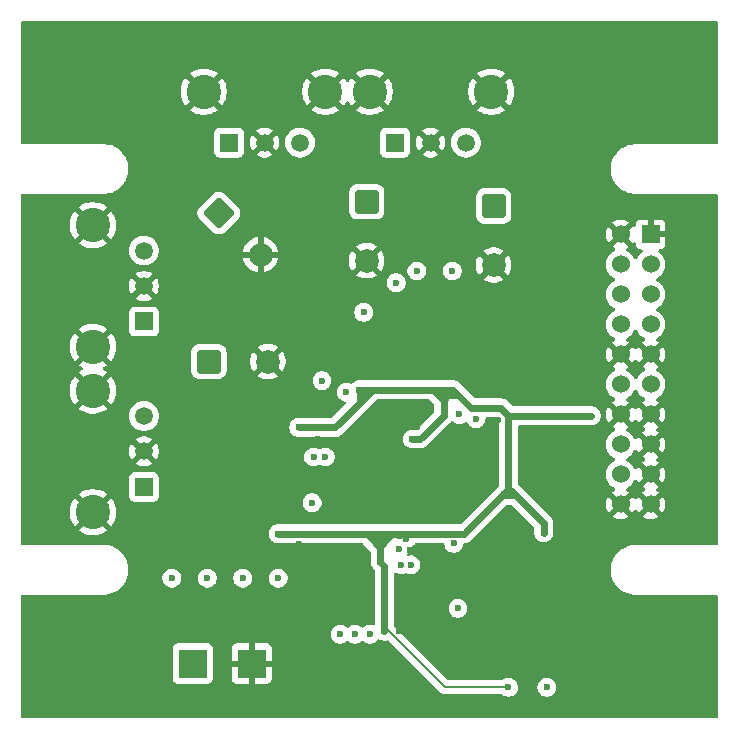
<source format=gbr>
%TF.GenerationSoftware,KiCad,Pcbnew,9.0.6*%
%TF.CreationDate,2026-02-27T09:44:11+00:00*%
%TF.ProjectId,KicadProject,4b696361-6450-4726-9f6a-6563742e6b69,rev?*%
%TF.SameCoordinates,Original*%
%TF.FileFunction,Copper,L4,Inr*%
%TF.FilePolarity,Positive*%
%FSLAX46Y46*%
G04 Gerber Fmt 4.6, Leading zero omitted, Abs format (unit mm)*
G04 Created by KiCad (PCBNEW 9.0.6) date 2026-02-27 09:44:11*
%MOMM*%
%LPD*%
G01*
G04 APERTURE LIST*
G04 Aperture macros list*
%AMRoundRect*
0 Rectangle with rounded corners*
0 $1 Rounding radius*
0 $2 $3 $4 $5 $6 $7 $8 $9 X,Y pos of 4 corners*
0 Add a 4 corners polygon primitive as box body*
4,1,4,$2,$3,$4,$5,$6,$7,$8,$9,$2,$3,0*
0 Add four circle primitives for the rounded corners*
1,1,$1+$1,$2,$3*
1,1,$1+$1,$4,$5*
1,1,$1+$1,$6,$7*
1,1,$1+$1,$8,$9*
0 Add four rect primitives between the rounded corners*
20,1,$1+$1,$2,$3,$4,$5,0*
20,1,$1+$1,$4,$5,$6,$7,0*
20,1,$1+$1,$6,$7,$8,$9,0*
20,1,$1+$1,$8,$9,$2,$3,0*%
G04 Aperture macros list end*
%TA.AperFunction,Conductor*%
%ADD10C,0.200000*%
%TD*%
%TA.AperFunction,ComponentPad*%
%ADD11R,1.520000X1.520000*%
%TD*%
%TA.AperFunction,ComponentPad*%
%ADD12C,1.520000*%
%TD*%
%TA.AperFunction,ComponentPad*%
%ADD13C,2.910000*%
%TD*%
%TA.AperFunction,ComponentPad*%
%ADD14RoundRect,0.250000X-0.750000X0.750000X-0.750000X-0.750000X0.750000X-0.750000X0.750000X0.750000X0*%
%TD*%
%TA.AperFunction,ComponentPad*%
%ADD15C,2.000000*%
%TD*%
%TA.AperFunction,ComponentPad*%
%ADD16RoundRect,0.250000X-1.060660X0.000000X0.000000X-1.060660X1.060660X0.000000X0.000000X1.060660X0*%
%TD*%
%TA.AperFunction,ComponentPad*%
%ADD17R,2.421300X2.421300*%
%TD*%
%TA.AperFunction,ComponentPad*%
%ADD18RoundRect,0.250000X-0.750000X-0.750000X0.750000X-0.750000X0.750000X0.750000X-0.750000X0.750000X0*%
%TD*%
%TA.AperFunction,ComponentPad*%
%ADD19R,1.524000X1.524000*%
%TD*%
%TA.AperFunction,ComponentPad*%
%ADD20C,1.524000*%
%TD*%
%TA.AperFunction,ViaPad*%
%ADD21C,0.600000*%
%TD*%
%TA.AperFunction,Conductor*%
%ADD22C,0.600000*%
%TD*%
%TA.AperFunction,Conductor*%
%ADD23C,0.300000*%
%TD*%
G04 APERTURE END LIST*
D10*
%TO.N,3.3V*%
X196500000Y-99250000D02*
X195500000Y-98250000D01*
X197500000Y-98250000D01*
X196500000Y-99250000D01*
%TA.AperFunction,Conductor*%
G36*
X196500000Y-99250000D02*
G01*
X195500000Y-98250000D01*
X197500000Y-98250000D01*
X196500000Y-99250000D01*
G37*
%TD.AperFunction*%
X191126509Y-111746517D02*
X189750000Y-110250000D01*
X192500000Y-110250000D01*
X191126509Y-111746517D01*
%TA.AperFunction,Conductor*%
G36*
X191126509Y-111746517D02*
G01*
X189750000Y-110250000D01*
X192500000Y-110250000D01*
X191126509Y-111746517D01*
G37*
%TD.AperFunction*%
X197750000Y-98750000D02*
X196750000Y-98750000D01*
X196500000Y-98250000D01*
X197500000Y-98250000D01*
X197750000Y-98750000D01*
%TA.AperFunction,Conductor*%
G36*
X197750000Y-98750000D02*
G01*
X196750000Y-98750000D01*
X196500000Y-98250000D01*
X197500000Y-98250000D01*
X197750000Y-98750000D01*
G37*
%TD.AperFunction*%
X202775970Y-107250000D02*
X201275970Y-107250000D01*
X202025970Y-106500000D01*
X202775970Y-107250000D01*
%TA.AperFunction,Conductor*%
G36*
X202775970Y-107250000D02*
G01*
X201275970Y-107250000D01*
X202025970Y-106500000D01*
X202775970Y-107250000D01*
G37*
%TD.AperFunction*%
X190000000Y-98500000D02*
X189250000Y-99250000D01*
X189250000Y-98000000D01*
X190000000Y-98500000D01*
%TA.AperFunction,Conductor*%
G36*
X190000000Y-98500000D02*
G01*
X189250000Y-99250000D01*
X189250000Y-98000000D01*
X190000000Y-98500000D01*
G37*
%TD.AperFunction*%
%TD*%
D11*
%TO.N,Net-(J2-Pad1)*%
%TO.C,J2*%
X171134250Y-92274941D03*
D12*
%TO.N,GND*%
X171134250Y-89274941D03*
%TO.N,5v_SERVO*%
X171134250Y-86274941D03*
D13*
%TO.N,GND*%
X166814250Y-94424941D03*
X166814250Y-84124941D03*
%TD*%
D14*
%TO.N,5v_SERVO*%
%TO.C,C16*%
X190000000Y-82132323D03*
D15*
%TO.N,GND*%
X190000000Y-87132323D03*
%TD*%
D16*
%TO.N,5v_SERVO*%
%TO.C,C18*%
X177482233Y-83091386D03*
D15*
%TO.N,GND*%
X181017767Y-86626920D03*
%TD*%
D17*
%TO.N,Net-(J7-01)*%
%TO.C,J7*%
X175273500Y-121238650D03*
%TO.N,GND*%
X180273500Y-121238650D03*
%TD*%
D14*
%TO.N,5v_SERVO*%
%TO.C,C19*%
X200750000Y-82500000D03*
D15*
%TO.N,GND*%
X200750000Y-87500000D03*
%TD*%
D18*
%TO.N,5v_SERVO*%
%TO.C,C20*%
X176632323Y-95667505D03*
D15*
%TO.N,GND*%
X181632323Y-95667505D03*
%TD*%
D11*
%TO.N,Net-(J3-Pad1)*%
%TO.C,J3*%
X171134250Y-106274941D03*
D12*
%TO.N,GND*%
X171134250Y-103274941D03*
%TO.N,5v_SERVO*%
X171134250Y-100274941D03*
D13*
%TO.N,GND*%
X166814250Y-108424941D03*
X166814250Y-98124941D03*
%TD*%
D19*
%TO.N,GND*%
%TO.C,J5*%
X214030839Y-84906927D03*
D20*
X211490839Y-84906927D03*
%TO.N,5v_SERVO*%
X214030839Y-87446927D03*
X211490839Y-87446927D03*
X214030839Y-89986927D03*
X211490839Y-89986927D03*
X214030839Y-92526927D03*
X211490839Y-92526927D03*
%TO.N,GND*%
X214030839Y-95066927D03*
X211490839Y-95066927D03*
%TO.N,5V_LOGIC*%
X214030839Y-97606927D03*
X211490839Y-97606927D03*
%TO.N,GND*%
X214030839Y-100146927D03*
X211490839Y-100146927D03*
X214030839Y-102686927D03*
%TO.N,CAN_+*%
X211490839Y-102686927D03*
%TO.N,GND*%
X214030839Y-105226927D03*
%TO.N,CAN_-*%
X211490839Y-105226927D03*
%TO.N,GND*%
X214030839Y-107766927D03*
X211490839Y-107766927D03*
%TD*%
D11*
%TO.N,Net-(J4-Pad1)*%
%TO.C,J4*%
X192400000Y-77134250D03*
D12*
%TO.N,GND*%
X195400000Y-77134250D03*
%TO.N,5v_SERVO*%
X198400000Y-77134250D03*
D13*
%TO.N,GND*%
X190250000Y-72814250D03*
X200550000Y-72814250D03*
%TD*%
D11*
%TO.N,Net-(J6-Pad1)*%
%TO.C,J6*%
X178350000Y-77134250D03*
D12*
%TO.N,GND*%
X181350000Y-77134250D03*
%TO.N,5v_SERVO*%
X184350000Y-77134250D03*
D13*
%TO.N,GND*%
X176200000Y-72814250D03*
X186500000Y-72814250D03*
%TD*%
D21*
%TO.N,3.3V*%
X201625000Y-106875000D03*
X191500000Y-118500000D03*
X191126509Y-112623491D03*
X204985229Y-110164536D03*
X199411883Y-99575959D03*
X184250000Y-101250000D03*
X189305756Y-98055756D03*
X193862144Y-102230339D03*
X202000000Y-123250000D03*
X209000000Y-100250000D03*
X182500000Y-110250000D03*
%TO.N,GND*%
X187000000Y-123750000D03*
X197224236Y-117561607D03*
X188250000Y-107500000D03*
X204999595Y-116482473D03*
X203999318Y-117520423D03*
X212490839Y-76851110D03*
X206500000Y-78500000D03*
X186750000Y-107500000D03*
X201971093Y-117552503D03*
X191000000Y-93750000D03*
X168038179Y-81836679D03*
X209750000Y-97250000D03*
X204971093Y-117552503D03*
X201109471Y-100628118D03*
X210959303Y-77552150D03*
X212597667Y-81766927D03*
X185887411Y-102189886D03*
X186250000Y-111500000D03*
X210240839Y-113266927D03*
X207000000Y-93000000D03*
X193690634Y-111648161D03*
X168038179Y-115836679D03*
X194180256Y-89002069D03*
X192811476Y-110431785D03*
X192912410Y-116762723D03*
X183750000Y-115750000D03*
X194250000Y-101250000D03*
X189500000Y-87500000D03*
X188250000Y-115750000D03*
X203735229Y-110414536D03*
X201999595Y-116482473D03*
X202696912Y-97301156D03*
X198724236Y-117561607D03*
X182000000Y-107250000D03*
X212490839Y-110851110D03*
X166288179Y-76920862D03*
X170288179Y-113420862D03*
X214152932Y-110890056D03*
X214240839Y-115766927D03*
X176750000Y-103500000D03*
X207000000Y-104000000D03*
X194250000Y-99750000D03*
X191500000Y-89750000D03*
X182598900Y-102014899D03*
X186000000Y-91000000D03*
X188750000Y-97250000D03*
X210240839Y-79266927D03*
X204750000Y-77250000D03*
X197000000Y-124750000D03*
X186250000Y-113516374D03*
X181500000Y-90250000D03*
X167931351Y-110920862D03*
X188000000Y-77250000D03*
X169569715Y-115135639D03*
X193992643Y-115750654D03*
X205999595Y-116482473D03*
X202999595Y-116482473D03*
X166376086Y-81797733D03*
X209250000Y-101500000D03*
X204027820Y-116450393D03*
X183829748Y-99347243D03*
X178250000Y-102250000D03*
X192808819Y-115643034D03*
X195905529Y-89000000D03*
X205971093Y-117552503D03*
X195724236Y-117561607D03*
X166288179Y-110920862D03*
X194224236Y-117561607D03*
X180750000Y-100000000D03*
X166376086Y-115797733D03*
X185250000Y-106500000D03*
X203750000Y-91750000D03*
X184304832Y-111095320D03*
X210881410Y-80998933D03*
X198750000Y-103250000D03*
X170288179Y-79420862D03*
X210959303Y-111552150D03*
X202471093Y-111052503D03*
X169569715Y-81135639D03*
X188750000Y-95750000D03*
X205750000Y-106250000D03*
X212597667Y-115766927D03*
X210881410Y-114998933D03*
X207517398Y-97400522D03*
X199750000Y-95250000D03*
X172500000Y-104750000D03*
X178750000Y-107250000D03*
X214240839Y-81766927D03*
X192750000Y-118500000D03*
X169647608Y-111688856D03*
X214152932Y-76890056D03*
X203022174Y-94172636D03*
X201250000Y-91500000D03*
X202971093Y-117552503D03*
X169647608Y-77688856D03*
X168250000Y-96250000D03*
X190250000Y-106750000D03*
X208000000Y-79750000D03*
X197500000Y-96750000D03*
X193500000Y-123500000D03*
X190000000Y-112750000D03*
X167931351Y-76920862D03*
%TO.N,Net-(U3-VCC)*%
X197724236Y-116561607D03*
X193360868Y-110698238D03*
%TO.N,SCL*%
X197849607Y-100150393D03*
X186211980Y-97288020D03*
%TO.N,SWDIO*%
X189000000Y-118750000D03*
X186500000Y-103750000D03*
%TO.N,5V_LOGIC*%
X192724236Y-111561607D03*
X193735229Y-112889150D03*
X197374237Y-111061607D03*
X205250000Y-123250000D03*
X192927509Y-112889150D03*
%TO.N,Net-(J2-Pad1)*%
X176500000Y-114000000D03*
X192500000Y-89000000D03*
%TO.N,Net-(J4-Pad1)*%
X197250000Y-88000000D03*
X182500000Y-114000000D03*
%TO.N,Net-(J6-Pad1)*%
X194250000Y-88000000D03*
X179500000Y-114000000D03*
%TO.N,Net-(J3-Pad1)*%
X189750000Y-91500000D03*
X173500000Y-114000000D03*
%TO.N,SDA*%
X188250000Y-98250000D03*
X199250000Y-100500000D03*
%TO.N,NRST*%
X190250000Y-118750000D03*
X185375000Y-107625000D03*
%TO.N,SWCLK*%
X187750000Y-118750000D03*
X185500000Y-103750000D03*
%TD*%
D22*
%TO.N,3.3V*%
X201325959Y-99575959D02*
X202000000Y-100250000D01*
X190500000Y-98055756D02*
X187305756Y-101250000D01*
X191126509Y-112623491D02*
X191500000Y-112996982D01*
X194000000Y-110250000D02*
X191126509Y-110250000D01*
X202000000Y-106375000D02*
X204985229Y-109360229D01*
X201625000Y-106875000D02*
X202000000Y-106500000D01*
X202000000Y-106500000D02*
X198250000Y-110250000D01*
X191126509Y-110250000D02*
X191126509Y-112623491D01*
X200250000Y-99575959D02*
X199411883Y-99575959D01*
D10*
X191500000Y-118000000D02*
X191500000Y-118099943D01*
X196650057Y-123250000D02*
X202000000Y-123250000D01*
D22*
X202000000Y-106500000D02*
X202000000Y-105000000D01*
X198825959Y-99575959D02*
X197305756Y-98055756D01*
D23*
X204893244Y-110072551D02*
X204985229Y-110164536D01*
D22*
X191500000Y-112996982D02*
X191500000Y-118000000D01*
X194519661Y-102230339D02*
X193862144Y-102230339D01*
X194519661Y-102230339D02*
X196500000Y-100250000D01*
X202000000Y-100250000D02*
X209000000Y-100250000D01*
X196500000Y-100250000D02*
X196500000Y-98055756D01*
X197305756Y-98055756D02*
X196500000Y-98055756D01*
X202000000Y-105812266D02*
X202000000Y-106000000D01*
X196500000Y-98055756D02*
X190500000Y-98055756D01*
X194000000Y-110250000D02*
X182500000Y-110250000D01*
D10*
X191500000Y-118099943D02*
X196650057Y-123250000D01*
D22*
X191500000Y-118000000D02*
X191500000Y-118500000D01*
X187305756Y-101250000D02*
X184250000Y-101250000D01*
X202000000Y-105500000D02*
X202000000Y-106375000D01*
X200250000Y-99575959D02*
X201325959Y-99575959D01*
X204985229Y-109360229D02*
X204985229Y-110164536D01*
X202000000Y-105500000D02*
X202000000Y-100250000D01*
X200250000Y-99575959D02*
X198825959Y-99575959D01*
X190500000Y-98055756D02*
X189305756Y-98055756D01*
X198250000Y-110250000D02*
X194000000Y-110250000D01*
%TD*%
%TA.AperFunction,Conductor*%
%TO.N,GND*%
G36*
X213557458Y-105423008D02*
G01*
X213624337Y-105538847D01*
X213718919Y-105633429D01*
X213834758Y-105700308D01*
X213894896Y-105716421D01*
X213332122Y-106279195D01*
X213332122Y-106279196D01*
X213369406Y-106306285D01*
X213526721Y-106386442D01*
X213577517Y-106434417D01*
X213594312Y-106502238D01*
X213571774Y-106568373D01*
X213526721Y-106607412D01*
X213369403Y-106687570D01*
X213332122Y-106714656D01*
X213332121Y-106714657D01*
X213894897Y-107277431D01*
X213834758Y-107293546D01*
X213718919Y-107360425D01*
X213624337Y-107455007D01*
X213557458Y-107570846D01*
X213541343Y-107630984D01*
X212978569Y-107068209D01*
X212978568Y-107068210D01*
X212951482Y-107105491D01*
X212871324Y-107262809D01*
X212823349Y-107313605D01*
X212755528Y-107330400D01*
X212689393Y-107307862D01*
X212650354Y-107262809D01*
X212570197Y-107105494D01*
X212543107Y-107068210D01*
X211980333Y-107630984D01*
X211964220Y-107570846D01*
X211897341Y-107455007D01*
X211802759Y-107360425D01*
X211686920Y-107293546D01*
X211626781Y-107277431D01*
X212189555Y-106714658D01*
X212189554Y-106714657D01*
X212152271Y-106687568D01*
X211995507Y-106607692D01*
X211944711Y-106559717D01*
X211927916Y-106491896D01*
X211950454Y-106425761D01*
X211995506Y-106386723D01*
X212152533Y-106306714D01*
X212313303Y-106189908D01*
X212453820Y-106049391D01*
X212570626Y-105888621D01*
X212650635Y-105731594D01*
X212698608Y-105680799D01*
X212766429Y-105664004D01*
X212832564Y-105686541D01*
X212871604Y-105731595D01*
X212951480Y-105888359D01*
X212978569Y-105925642D01*
X212978570Y-105925643D01*
X213541343Y-105362869D01*
X213557458Y-105423008D01*
G37*
%TD.AperFunction*%
%TA.AperFunction,Conductor*%
G36*
X213557458Y-102883008D02*
G01*
X213624337Y-102998847D01*
X213718919Y-103093429D01*
X213834758Y-103160308D01*
X213894896Y-103176421D01*
X213332122Y-103739195D01*
X213332122Y-103739196D01*
X213369406Y-103766285D01*
X213526721Y-103846442D01*
X213577517Y-103894417D01*
X213594312Y-103962238D01*
X213571774Y-104028373D01*
X213526721Y-104067412D01*
X213369403Y-104147570D01*
X213332122Y-104174656D01*
X213332121Y-104174657D01*
X213894897Y-104737431D01*
X213834758Y-104753546D01*
X213718919Y-104820425D01*
X213624337Y-104915007D01*
X213557458Y-105030846D01*
X213541343Y-105090984D01*
X212978569Y-104528209D01*
X212978568Y-104528210D01*
X212951480Y-104565493D01*
X212871603Y-104722259D01*
X212823629Y-104773054D01*
X212755808Y-104789849D01*
X212689673Y-104767311D01*
X212650635Y-104722259D01*
X212570626Y-104565233D01*
X212453820Y-104404463D01*
X212313303Y-104263946D01*
X212152533Y-104147140D01*
X211996057Y-104067411D01*
X211945262Y-104019437D01*
X211928467Y-103951616D01*
X211951004Y-103885481D01*
X211996057Y-103846442D01*
X212152533Y-103766714D01*
X212313303Y-103649908D01*
X212453820Y-103509391D01*
X212570626Y-103348621D01*
X212650635Y-103191594D01*
X212698608Y-103140799D01*
X212766429Y-103124004D01*
X212832564Y-103146541D01*
X212871604Y-103191595D01*
X212951480Y-103348359D01*
X212978569Y-103385642D01*
X212978570Y-103385643D01*
X213541343Y-102822869D01*
X213557458Y-102883008D01*
G37*
%TD.AperFunction*%
%TA.AperFunction,Conductor*%
G36*
X213557458Y-100343008D02*
G01*
X213624337Y-100458847D01*
X213718919Y-100553429D01*
X213834758Y-100620308D01*
X213894896Y-100636421D01*
X213332122Y-101199195D01*
X213332122Y-101199196D01*
X213369406Y-101226285D01*
X213526721Y-101306442D01*
X213577517Y-101354417D01*
X213594312Y-101422238D01*
X213571774Y-101488373D01*
X213526721Y-101527412D01*
X213369403Y-101607570D01*
X213332122Y-101634656D01*
X213332121Y-101634657D01*
X213894897Y-102197431D01*
X213834758Y-102213546D01*
X213718919Y-102280425D01*
X213624337Y-102375007D01*
X213557458Y-102490846D01*
X213541343Y-102550984D01*
X212978569Y-101988209D01*
X212978568Y-101988210D01*
X212951480Y-102025493D01*
X212871603Y-102182259D01*
X212823629Y-102233054D01*
X212755808Y-102249849D01*
X212689673Y-102227311D01*
X212650635Y-102182259D01*
X212570626Y-102025233D01*
X212453820Y-101864463D01*
X212313303Y-101723946D01*
X212152533Y-101607140D01*
X211995506Y-101527130D01*
X211944711Y-101479156D01*
X211927916Y-101411335D01*
X211950453Y-101345200D01*
X211995508Y-101306161D01*
X212152261Y-101226291D01*
X212189555Y-101199195D01*
X211626781Y-100636421D01*
X211686920Y-100620308D01*
X211802759Y-100553429D01*
X211897341Y-100458847D01*
X211964220Y-100343008D01*
X211980334Y-100282869D01*
X212543107Y-100845642D01*
X212570201Y-100808352D01*
X212650354Y-100651044D01*
X212698328Y-100600248D01*
X212766149Y-100583453D01*
X212832284Y-100605990D01*
X212871324Y-100651044D01*
X212951480Y-100808359D01*
X212978569Y-100845642D01*
X212978570Y-100845643D01*
X213541343Y-100282869D01*
X213557458Y-100343008D01*
G37*
%TD.AperFunction*%
%TA.AperFunction,Conductor*%
G36*
X212832285Y-98067092D02*
G01*
X212871323Y-98112145D01*
X212951052Y-98268621D01*
X213067858Y-98429391D01*
X213208375Y-98569908D01*
X213369145Y-98686714D01*
X213526171Y-98766723D01*
X213576966Y-98814696D01*
X213593761Y-98882517D01*
X213571224Y-98948652D01*
X213526171Y-98987691D01*
X213369405Y-99067568D01*
X213332122Y-99094656D01*
X213332121Y-99094657D01*
X213894897Y-99657431D01*
X213834758Y-99673546D01*
X213718919Y-99740425D01*
X213624337Y-99835007D01*
X213557458Y-99950846D01*
X213541343Y-100010984D01*
X212978569Y-99448209D01*
X212978568Y-99448210D01*
X212951482Y-99485491D01*
X212871324Y-99642809D01*
X212823349Y-99693605D01*
X212755528Y-99710400D01*
X212689393Y-99687862D01*
X212650354Y-99642809D01*
X212570197Y-99485494D01*
X212543107Y-99448210D01*
X211980333Y-100010984D01*
X211964220Y-99950846D01*
X211897341Y-99835007D01*
X211802759Y-99740425D01*
X211686920Y-99673546D01*
X211626781Y-99657431D01*
X212189555Y-99094658D01*
X212189554Y-99094657D01*
X212152271Y-99067568D01*
X211995507Y-98987692D01*
X211944711Y-98939717D01*
X211927916Y-98871896D01*
X211950454Y-98805761D01*
X211995506Y-98766723D01*
X212152533Y-98686714D01*
X212313303Y-98569908D01*
X212453820Y-98429391D01*
X212570626Y-98268621D01*
X212650354Y-98112145D01*
X212698329Y-98061350D01*
X212766150Y-98044555D01*
X212832285Y-98067092D01*
G37*
%TD.AperFunction*%
%TA.AperFunction,Conductor*%
G36*
X213557458Y-95263008D02*
G01*
X213624337Y-95378847D01*
X213718919Y-95473429D01*
X213834758Y-95540308D01*
X213894896Y-95556421D01*
X213332122Y-96119195D01*
X213332122Y-96119196D01*
X213369406Y-96146285D01*
X213526170Y-96226161D01*
X213576966Y-96274136D01*
X213593761Y-96341957D01*
X213571223Y-96408092D01*
X213526170Y-96447131D01*
X213369144Y-96527140D01*
X213208372Y-96643948D01*
X213067860Y-96784460D01*
X212951052Y-96945232D01*
X212871324Y-97101707D01*
X212823349Y-97152503D01*
X212755528Y-97169298D01*
X212689393Y-97146760D01*
X212650354Y-97101707D01*
X212603736Y-97010215D01*
X212570626Y-96945233D01*
X212453820Y-96784463D01*
X212313303Y-96643946D01*
X212152533Y-96527140D01*
X211995506Y-96447130D01*
X211944711Y-96399156D01*
X211927916Y-96331335D01*
X211950453Y-96265200D01*
X211995508Y-96226161D01*
X212152261Y-96146291D01*
X212189555Y-96119195D01*
X211626781Y-95556421D01*
X211686920Y-95540308D01*
X211802759Y-95473429D01*
X211897341Y-95378847D01*
X211964220Y-95263008D01*
X211980334Y-95202869D01*
X212543107Y-95765642D01*
X212570201Y-95728352D01*
X212650354Y-95571044D01*
X212698328Y-95520248D01*
X212766149Y-95503453D01*
X212832284Y-95525990D01*
X212871324Y-95571044D01*
X212951480Y-95728359D01*
X212978569Y-95765642D01*
X212978570Y-95765643D01*
X213541343Y-95202869D01*
X213557458Y-95263008D01*
G37*
%TD.AperFunction*%
%TA.AperFunction,Conductor*%
G36*
X212832285Y-92987092D02*
G01*
X212871323Y-93032145D01*
X212951052Y-93188621D01*
X213067858Y-93349391D01*
X213208375Y-93489908D01*
X213369145Y-93606714D01*
X213526171Y-93686723D01*
X213576966Y-93734696D01*
X213593761Y-93802517D01*
X213571224Y-93868652D01*
X213526171Y-93907691D01*
X213369405Y-93987568D01*
X213332122Y-94014656D01*
X213332121Y-94014657D01*
X213894897Y-94577431D01*
X213834758Y-94593546D01*
X213718919Y-94660425D01*
X213624337Y-94755007D01*
X213557458Y-94870846D01*
X213541343Y-94930984D01*
X212978569Y-94368209D01*
X212978568Y-94368210D01*
X212951482Y-94405491D01*
X212871324Y-94562809D01*
X212823349Y-94613605D01*
X212755528Y-94630400D01*
X212689393Y-94607862D01*
X212650354Y-94562809D01*
X212570197Y-94405494D01*
X212543107Y-94368210D01*
X211980333Y-94930984D01*
X211964220Y-94870846D01*
X211897341Y-94755007D01*
X211802759Y-94660425D01*
X211686920Y-94593546D01*
X211626781Y-94577431D01*
X212189555Y-94014658D01*
X212189554Y-94014657D01*
X212152271Y-93987568D01*
X211995507Y-93907692D01*
X211944711Y-93859717D01*
X211927916Y-93791896D01*
X211950454Y-93725761D01*
X211995506Y-93686723D01*
X212152533Y-93606714D01*
X212313303Y-93489908D01*
X212453820Y-93349391D01*
X212570626Y-93188621D01*
X212650354Y-93032145D01*
X212698329Y-92981350D01*
X212766150Y-92964555D01*
X212832285Y-92987092D01*
G37*
%TD.AperFunction*%
%TA.AperFunction,Conductor*%
G36*
X212543107Y-85605642D02*
G01*
X212544522Y-85603696D01*
X212599852Y-85561031D01*
X212669466Y-85555053D01*
X212731260Y-85587660D01*
X212765617Y-85648499D01*
X212768839Y-85676583D01*
X212768839Y-85716771D01*
X212775240Y-85776299D01*
X212775242Y-85776306D01*
X212825484Y-85911013D01*
X212825488Y-85911020D01*
X212911648Y-86026114D01*
X212911651Y-86026117D01*
X213026745Y-86112277D01*
X213026752Y-86112281D01*
X213161459Y-86162523D01*
X213161466Y-86162525D01*
X213220994Y-86168926D01*
X213221011Y-86168927D01*
X213260329Y-86168927D01*
X213327368Y-86188612D01*
X213373123Y-86241416D01*
X213383067Y-86310574D01*
X213354042Y-86374130D01*
X213333214Y-86393245D01*
X213208378Y-86483943D01*
X213208372Y-86483948D01*
X213067860Y-86624460D01*
X212951052Y-86785232D01*
X212871324Y-86941707D01*
X212823349Y-86992503D01*
X212755528Y-87009298D01*
X212689393Y-86986760D01*
X212650354Y-86941707D01*
X212570625Y-86785232D01*
X212567605Y-86781075D01*
X212453820Y-86624463D01*
X212313303Y-86483946D01*
X212152533Y-86367140D01*
X211995506Y-86287130D01*
X211944711Y-86239156D01*
X211927916Y-86171335D01*
X211950453Y-86105200D01*
X211995508Y-86066161D01*
X212152261Y-85986291D01*
X212189555Y-85959195D01*
X211626781Y-85396421D01*
X211686920Y-85380308D01*
X211802759Y-85313429D01*
X211897341Y-85218847D01*
X211964220Y-85103008D01*
X211980334Y-85042869D01*
X212543107Y-85605642D01*
G37*
%TD.AperFunction*%
%TA.AperFunction,Conductor*%
G36*
X219682869Y-66856894D02*
G01*
X219728624Y-66909698D01*
X219739830Y-66961209D01*
X219739830Y-77141646D01*
X219720145Y-77208685D01*
X219667341Y-77254440D01*
X219615830Y-77265646D01*
X212814123Y-77265646D01*
X212813813Y-77265554D01*
X212624992Y-77265550D01*
X212624991Y-77265550D01*
X212624987Y-77265550D01*
X212351982Y-77301484D01*
X212241430Y-77331103D01*
X212086002Y-77372745D01*
X212085991Y-77372749D01*
X211831609Y-77478110D01*
X211831593Y-77478118D01*
X211593131Y-77615787D01*
X211593128Y-77615789D01*
X211374671Y-77783410D01*
X211374662Y-77783418D01*
X211179963Y-77978113D01*
X211179953Y-77978124D01*
X211012329Y-78196568D01*
X211012324Y-78196575D01*
X210874645Y-78435039D01*
X210874644Y-78435041D01*
X210873926Y-78436774D01*
X210769265Y-78689442D01*
X210697996Y-78955419D01*
X210662054Y-79228412D01*
X210662054Y-79503787D01*
X210697996Y-79776780D01*
X210697997Y-79776784D01*
X210769266Y-80042760D01*
X210874644Y-80297159D01*
X210877475Y-80302062D01*
X211012324Y-80535624D01*
X211012329Y-80535631D01*
X211179953Y-80754075D01*
X211179963Y-80754086D01*
X211374662Y-80948781D01*
X211374671Y-80948789D01*
X211593128Y-81116410D01*
X211593131Y-81116412D01*
X211597058Y-81118679D01*
X211831601Y-81254086D01*
X212086003Y-81359455D01*
X212351982Y-81430716D01*
X212624987Y-81466650D01*
X212762663Y-81466646D01*
X212762668Y-81466646D01*
X219615830Y-81466646D01*
X219682869Y-81486331D01*
X219728624Y-81539135D01*
X219739830Y-81590646D01*
X219739830Y-111082772D01*
X219720145Y-111149811D01*
X219667341Y-111195566D01*
X219615830Y-111206772D01*
X212828535Y-111206772D01*
X212828528Y-111206770D01*
X212762636Y-111206772D01*
X212689239Y-111206772D01*
X212688347Y-111206829D01*
X212624966Y-111206831D01*
X212351985Y-111242778D01*
X212351977Y-111242780D01*
X212086031Y-111314047D01*
X212086029Y-111314047D01*
X212086028Y-111314048D01*
X211831651Y-111419422D01*
X211831648Y-111419423D01*
X211831647Y-111419424D01*
X211831641Y-111419427D01*
X211593194Y-111557101D01*
X211374774Y-111724708D01*
X211374762Y-111724718D01*
X211180081Y-111919404D01*
X211180076Y-111919410D01*
X211012464Y-112137849D01*
X211012460Y-112137856D01*
X210874793Y-112376308D01*
X210819430Y-112509971D01*
X210769427Y-112630691D01*
X210698166Y-112896642D01*
X210662228Y-113169629D01*
X210662228Y-113444970D01*
X210698166Y-113717957D01*
X210765683Y-113969934D01*
X210769428Y-113983911D01*
X210874793Y-114238292D01*
X211012460Y-114476744D01*
X211012462Y-114476746D01*
X211012464Y-114476750D01*
X211180076Y-114695189D01*
X211180081Y-114695195D01*
X211326262Y-114841380D01*
X211374765Y-114889884D01*
X211374772Y-114889889D01*
X211374774Y-114889891D01*
X211593194Y-115057498D01*
X211593198Y-115057500D01*
X211593203Y-115057504D01*
X211831651Y-115195178D01*
X212086028Y-115300552D01*
X212351984Y-115371821D01*
X212624966Y-115407768D01*
X212696751Y-115407770D01*
X212696759Y-115407772D01*
X212762636Y-115407772D01*
X212828528Y-115407774D01*
X212828531Y-115407772D01*
X212837151Y-115407773D01*
X212837180Y-115407772D01*
X219615830Y-115407772D01*
X219682869Y-115427457D01*
X219728624Y-115480261D01*
X219739830Y-115531772D01*
X219739830Y-125712209D01*
X219720145Y-125779248D01*
X219667341Y-125825003D01*
X219615830Y-125836209D01*
X160864830Y-125836209D01*
X160797791Y-125816524D01*
X160752036Y-125763720D01*
X160740830Y-125712209D01*
X160740830Y-119980135D01*
X173562350Y-119980135D01*
X173562350Y-122497170D01*
X173562351Y-122497176D01*
X173568758Y-122556783D01*
X173619052Y-122691628D01*
X173619056Y-122691635D01*
X173705302Y-122806844D01*
X173705305Y-122806847D01*
X173820514Y-122893093D01*
X173820521Y-122893097D01*
X173955367Y-122943391D01*
X173955366Y-122943391D01*
X173962294Y-122944135D01*
X174014977Y-122949800D01*
X176532022Y-122949799D01*
X176591633Y-122943391D01*
X176726481Y-122893096D01*
X176841696Y-122806846D01*
X176927946Y-122691631D01*
X176978241Y-122556783D01*
X176984650Y-122497173D01*
X176984649Y-121159158D01*
X176984649Y-119980155D01*
X178562850Y-119980155D01*
X178562850Y-120988650D01*
X179503455Y-120988650D01*
X179497417Y-121003228D01*
X179466400Y-121159158D01*
X179466400Y-121318142D01*
X179497417Y-121474072D01*
X179503455Y-121488650D01*
X178562850Y-121488650D01*
X178562850Y-122497144D01*
X178569251Y-122556672D01*
X178569253Y-122556679D01*
X178619495Y-122691386D01*
X178619499Y-122691393D01*
X178705659Y-122806487D01*
X178705662Y-122806490D01*
X178820756Y-122892650D01*
X178820763Y-122892654D01*
X178955470Y-122942896D01*
X178955477Y-122942898D01*
X179015005Y-122949299D01*
X179015022Y-122949300D01*
X180023500Y-122949300D01*
X180023500Y-122008694D01*
X180038078Y-122014733D01*
X180194008Y-122045750D01*
X180352992Y-122045750D01*
X180508922Y-122014733D01*
X180523500Y-122008694D01*
X180523500Y-122949300D01*
X181531978Y-122949300D01*
X181531994Y-122949299D01*
X181591522Y-122942898D01*
X181591529Y-122942896D01*
X181726236Y-122892654D01*
X181726243Y-122892650D01*
X181841337Y-122806490D01*
X181841340Y-122806487D01*
X181927500Y-122691393D01*
X181927504Y-122691386D01*
X181977746Y-122556679D01*
X181977748Y-122556672D01*
X181984149Y-122497144D01*
X181984150Y-122497127D01*
X181984150Y-121488650D01*
X181043545Y-121488650D01*
X181049583Y-121474072D01*
X181080600Y-121318142D01*
X181080600Y-121159158D01*
X181049583Y-121003228D01*
X181043545Y-120988650D01*
X181984150Y-120988650D01*
X181984150Y-119980172D01*
X181984149Y-119980155D01*
X181977748Y-119920627D01*
X181977746Y-119920620D01*
X181927504Y-119785913D01*
X181927500Y-119785906D01*
X181841340Y-119670812D01*
X181841337Y-119670809D01*
X181726243Y-119584649D01*
X181726236Y-119584645D01*
X181591529Y-119534403D01*
X181591522Y-119534401D01*
X181531994Y-119528000D01*
X180523500Y-119528000D01*
X180523500Y-120468605D01*
X180508922Y-120462567D01*
X180352992Y-120431550D01*
X180194008Y-120431550D01*
X180038078Y-120462567D01*
X180023500Y-120468605D01*
X180023500Y-119528000D01*
X179015005Y-119528000D01*
X178955477Y-119534401D01*
X178955470Y-119534403D01*
X178820763Y-119584645D01*
X178820756Y-119584649D01*
X178705662Y-119670809D01*
X178705659Y-119670812D01*
X178619499Y-119785906D01*
X178619495Y-119785913D01*
X178569253Y-119920620D01*
X178569251Y-119920627D01*
X178562850Y-119980155D01*
X176984649Y-119980155D01*
X176984649Y-119980129D01*
X176984648Y-119980123D01*
X176984647Y-119980116D01*
X176978241Y-119920517D01*
X176928034Y-119785906D01*
X176927947Y-119785671D01*
X176927943Y-119785664D01*
X176841697Y-119670455D01*
X176841694Y-119670452D01*
X176726485Y-119584206D01*
X176726478Y-119584202D01*
X176591632Y-119533908D01*
X176591633Y-119533908D01*
X176532033Y-119527501D01*
X176532031Y-119527500D01*
X176532023Y-119527500D01*
X176532014Y-119527500D01*
X174014979Y-119527500D01*
X174014973Y-119527501D01*
X173955366Y-119533908D01*
X173820521Y-119584202D01*
X173820514Y-119584206D01*
X173705305Y-119670452D01*
X173705302Y-119670455D01*
X173619056Y-119785664D01*
X173619052Y-119785671D01*
X173568758Y-119920517D01*
X173562351Y-119980116D01*
X173562351Y-119980123D01*
X173562350Y-119980135D01*
X160740830Y-119980135D01*
X160740830Y-115531772D01*
X160760515Y-115464733D01*
X160813319Y-115418978D01*
X160864830Y-115407772D01*
X167666561Y-115407772D01*
X167666741Y-115407825D01*
X167717981Y-115407827D01*
X167717981Y-115407828D01*
X167855661Y-115407835D01*
X168128669Y-115371908D01*
X168128678Y-115371905D01*
X168128681Y-115371905D01*
X168394644Y-115300654D01*
X168394644Y-115300653D01*
X168394651Y-115300652D01*
X168589876Y-115219796D01*
X168649048Y-115195290D01*
X168649048Y-115195289D01*
X168649057Y-115195286D01*
X168887532Y-115057614D01*
X169105997Y-114889992D01*
X169300713Y-114695288D01*
X169357113Y-114621789D01*
X169468337Y-114476846D01*
X169468340Y-114476841D01*
X169468347Y-114476832D01*
X169606033Y-114238365D01*
X169711413Y-113983965D01*
X169728244Y-113921153D01*
X172699500Y-113921153D01*
X172699500Y-114078846D01*
X172730261Y-114233489D01*
X172730264Y-114233501D01*
X172790602Y-114379172D01*
X172790609Y-114379185D01*
X172878210Y-114510288D01*
X172878213Y-114510292D01*
X172989707Y-114621786D01*
X172989711Y-114621789D01*
X173120814Y-114709390D01*
X173120827Y-114709397D01*
X173266498Y-114769735D01*
X173266503Y-114769737D01*
X173421153Y-114800499D01*
X173421156Y-114800500D01*
X173421158Y-114800500D01*
X173578844Y-114800500D01*
X173578845Y-114800499D01*
X173733497Y-114769737D01*
X173846166Y-114723067D01*
X173879172Y-114709397D01*
X173879172Y-114709396D01*
X173879179Y-114709394D01*
X174010289Y-114621789D01*
X174121789Y-114510289D01*
X174209394Y-114379179D01*
X174269737Y-114233497D01*
X174300500Y-114078842D01*
X174300500Y-113921158D01*
X174300500Y-113921155D01*
X174300499Y-113921153D01*
X175699500Y-113921153D01*
X175699500Y-114078846D01*
X175730261Y-114233489D01*
X175730264Y-114233501D01*
X175790602Y-114379172D01*
X175790609Y-114379185D01*
X175878210Y-114510288D01*
X175878213Y-114510292D01*
X175989707Y-114621786D01*
X175989711Y-114621789D01*
X176120814Y-114709390D01*
X176120827Y-114709397D01*
X176266498Y-114769735D01*
X176266503Y-114769737D01*
X176421153Y-114800499D01*
X176421156Y-114800500D01*
X176421158Y-114800500D01*
X176578844Y-114800500D01*
X176578845Y-114800499D01*
X176733497Y-114769737D01*
X176846166Y-114723067D01*
X176879172Y-114709397D01*
X176879172Y-114709396D01*
X176879179Y-114709394D01*
X177010289Y-114621789D01*
X177121789Y-114510289D01*
X177209394Y-114379179D01*
X177269737Y-114233497D01*
X177300500Y-114078842D01*
X177300500Y-113921158D01*
X177300500Y-113921155D01*
X177300499Y-113921153D01*
X178699500Y-113921153D01*
X178699500Y-114078846D01*
X178730261Y-114233489D01*
X178730264Y-114233501D01*
X178790602Y-114379172D01*
X178790609Y-114379185D01*
X178878210Y-114510288D01*
X178878213Y-114510292D01*
X178989707Y-114621786D01*
X178989711Y-114621789D01*
X179120814Y-114709390D01*
X179120827Y-114709397D01*
X179266498Y-114769735D01*
X179266503Y-114769737D01*
X179421153Y-114800499D01*
X179421156Y-114800500D01*
X179421158Y-114800500D01*
X179578844Y-114800500D01*
X179578845Y-114800499D01*
X179733497Y-114769737D01*
X179846166Y-114723067D01*
X179879172Y-114709397D01*
X179879172Y-114709396D01*
X179879179Y-114709394D01*
X180010289Y-114621789D01*
X180121789Y-114510289D01*
X180209394Y-114379179D01*
X180269737Y-114233497D01*
X180300500Y-114078842D01*
X180300500Y-113921158D01*
X180300500Y-113921155D01*
X180300499Y-113921153D01*
X181699500Y-113921153D01*
X181699500Y-114078846D01*
X181730261Y-114233489D01*
X181730264Y-114233501D01*
X181790602Y-114379172D01*
X181790609Y-114379185D01*
X181878210Y-114510288D01*
X181878213Y-114510292D01*
X181989707Y-114621786D01*
X181989711Y-114621789D01*
X182120814Y-114709390D01*
X182120827Y-114709397D01*
X182266498Y-114769735D01*
X182266503Y-114769737D01*
X182421153Y-114800499D01*
X182421156Y-114800500D01*
X182421158Y-114800500D01*
X182578844Y-114800500D01*
X182578845Y-114800499D01*
X182733497Y-114769737D01*
X182846166Y-114723067D01*
X182879172Y-114709397D01*
X182879172Y-114709396D01*
X182879179Y-114709394D01*
X183010289Y-114621789D01*
X183121789Y-114510289D01*
X183209394Y-114379179D01*
X183269737Y-114233497D01*
X183300500Y-114078842D01*
X183300500Y-113921158D01*
X183300500Y-113921155D01*
X183300499Y-113921153D01*
X183269738Y-113766510D01*
X183269737Y-113766503D01*
X183237904Y-113689650D01*
X183209397Y-113620827D01*
X183209390Y-113620814D01*
X183121789Y-113489711D01*
X183121786Y-113489707D01*
X183010292Y-113378213D01*
X183010288Y-113378210D01*
X182879185Y-113290609D01*
X182879172Y-113290602D01*
X182733501Y-113230264D01*
X182733489Y-113230261D01*
X182578845Y-113199500D01*
X182578842Y-113199500D01*
X182421158Y-113199500D01*
X182421155Y-113199500D01*
X182266510Y-113230261D01*
X182266498Y-113230264D01*
X182120827Y-113290602D01*
X182120814Y-113290609D01*
X181989711Y-113378210D01*
X181989707Y-113378213D01*
X181878213Y-113489707D01*
X181878210Y-113489711D01*
X181790609Y-113620814D01*
X181790602Y-113620827D01*
X181730264Y-113766498D01*
X181730261Y-113766510D01*
X181699500Y-113921153D01*
X180300499Y-113921153D01*
X180269738Y-113766510D01*
X180269737Y-113766503D01*
X180237904Y-113689650D01*
X180209397Y-113620827D01*
X180209390Y-113620814D01*
X180121789Y-113489711D01*
X180121786Y-113489707D01*
X180010292Y-113378213D01*
X180010288Y-113378210D01*
X179879185Y-113290609D01*
X179879172Y-113290602D01*
X179733501Y-113230264D01*
X179733489Y-113230261D01*
X179578845Y-113199500D01*
X179578842Y-113199500D01*
X179421158Y-113199500D01*
X179421155Y-113199500D01*
X179266510Y-113230261D01*
X179266498Y-113230264D01*
X179120827Y-113290602D01*
X179120814Y-113290609D01*
X178989711Y-113378210D01*
X178989707Y-113378213D01*
X178878213Y-113489707D01*
X178878210Y-113489711D01*
X178790609Y-113620814D01*
X178790602Y-113620827D01*
X178730264Y-113766498D01*
X178730261Y-113766510D01*
X178699500Y-113921153D01*
X177300499Y-113921153D01*
X177269738Y-113766510D01*
X177269737Y-113766503D01*
X177237904Y-113689650D01*
X177209397Y-113620827D01*
X177209390Y-113620814D01*
X177121789Y-113489711D01*
X177121786Y-113489707D01*
X177010292Y-113378213D01*
X177010288Y-113378210D01*
X176879185Y-113290609D01*
X176879172Y-113290602D01*
X176733501Y-113230264D01*
X176733489Y-113230261D01*
X176578845Y-113199500D01*
X176578842Y-113199500D01*
X176421158Y-113199500D01*
X176421155Y-113199500D01*
X176266510Y-113230261D01*
X176266498Y-113230264D01*
X176120827Y-113290602D01*
X176120814Y-113290609D01*
X175989711Y-113378210D01*
X175989707Y-113378213D01*
X175878213Y-113489707D01*
X175878210Y-113489711D01*
X175790609Y-113620814D01*
X175790602Y-113620827D01*
X175730264Y-113766498D01*
X175730261Y-113766510D01*
X175699500Y-113921153D01*
X174300499Y-113921153D01*
X174269738Y-113766510D01*
X174269737Y-113766503D01*
X174237904Y-113689650D01*
X174209397Y-113620827D01*
X174209390Y-113620814D01*
X174121789Y-113489711D01*
X174121786Y-113489707D01*
X174010292Y-113378213D01*
X174010288Y-113378210D01*
X173879185Y-113290609D01*
X173879172Y-113290602D01*
X173733501Y-113230264D01*
X173733489Y-113230261D01*
X173578845Y-113199500D01*
X173578842Y-113199500D01*
X173421158Y-113199500D01*
X173421155Y-113199500D01*
X173266510Y-113230261D01*
X173266498Y-113230264D01*
X173120827Y-113290602D01*
X173120814Y-113290609D01*
X172989711Y-113378210D01*
X172989707Y-113378213D01*
X172878213Y-113489707D01*
X172878210Y-113489711D01*
X172790609Y-113620814D01*
X172790602Y-113620827D01*
X172730264Y-113766498D01*
X172730261Y-113766510D01*
X172699500Y-113921153D01*
X169728244Y-113921153D01*
X169782684Y-113717987D01*
X169818628Y-113444981D01*
X169818628Y-113169620D01*
X169782685Y-112896614D01*
X169711413Y-112630636D01*
X169675795Y-112544649D01*
X169606039Y-112376248D01*
X169606031Y-112376233D01*
X169605431Y-112375193D01*
X169468348Y-112137769D01*
X169468345Y-112137765D01*
X169468338Y-112137754D01*
X169300721Y-111919321D01*
X169300720Y-111919320D01*
X169300717Y-111919317D01*
X169300714Y-111919313D01*
X169105998Y-111724609D01*
X169105993Y-111724605D01*
X169105992Y-111724604D01*
X168887536Y-111556987D01*
X168686262Y-111440792D01*
X168649058Y-111419314D01*
X168649056Y-111419313D01*
X168649054Y-111419312D01*
X168649050Y-111419310D01*
X168394646Y-111313946D01*
X168128682Y-111242694D01*
X168128671Y-111242692D01*
X167855666Y-111206765D01*
X167855663Y-111206765D01*
X167717982Y-111206772D01*
X160864830Y-111206772D01*
X160797791Y-111187087D01*
X160752036Y-111134283D01*
X160740830Y-111082772D01*
X160740830Y-108296803D01*
X164859250Y-108296803D01*
X164859250Y-108553078D01*
X164892698Y-108807150D01*
X164892701Y-108807163D01*
X164959029Y-109054706D01*
X165057099Y-109291467D01*
X165057101Y-109291471D01*
X165185239Y-109513410D01*
X165185240Y-109513411D01*
X165266424Y-109619212D01*
X165802786Y-109082849D01*
X165895128Y-109209946D01*
X166029245Y-109344063D01*
X166156339Y-109436402D01*
X165619977Y-109972764D01*
X165619977Y-109972765D01*
X165725779Y-110053950D01*
X165725780Y-110053951D01*
X165947719Y-110182089D01*
X165947723Y-110182091D01*
X166184484Y-110280161D01*
X166432027Y-110346489D01*
X166432040Y-110346492D01*
X166686112Y-110379941D01*
X166942388Y-110379941D01*
X167196459Y-110346492D01*
X167196472Y-110346489D01*
X167444015Y-110280161D01*
X167680776Y-110182091D01*
X167680787Y-110182086D01*
X167699723Y-110171153D01*
X181699500Y-110171153D01*
X181699500Y-110328846D01*
X181730261Y-110483489D01*
X181730264Y-110483501D01*
X181790602Y-110629172D01*
X181790609Y-110629185D01*
X181878210Y-110760288D01*
X181878213Y-110760292D01*
X181989707Y-110871786D01*
X181989711Y-110871789D01*
X182120814Y-110959390D01*
X182120827Y-110959397D01*
X182266498Y-111019735D01*
X182266503Y-111019737D01*
X182421153Y-111050499D01*
X182421156Y-111050500D01*
X182421158Y-111050500D01*
X189609196Y-111050500D01*
X189676235Y-111070185D01*
X189700460Y-111090554D01*
X190293274Y-111735051D01*
X190324170Y-111797717D01*
X190326009Y-111818995D01*
X190326009Y-112702337D01*
X190356770Y-112856980D01*
X190356773Y-112856992D01*
X190417111Y-113002663D01*
X190417118Y-113002676D01*
X190504718Y-113133778D01*
X190504719Y-113133779D01*
X190504720Y-113133780D01*
X190663182Y-113292242D01*
X190696666Y-113353564D01*
X190699500Y-113379922D01*
X190699500Y-117884155D01*
X190679815Y-117951194D01*
X190627011Y-117996949D01*
X190557853Y-118006893D01*
X190528048Y-117998716D01*
X190483501Y-117980264D01*
X190483489Y-117980261D01*
X190328845Y-117949500D01*
X190328842Y-117949500D01*
X190171158Y-117949500D01*
X190171155Y-117949500D01*
X190016510Y-117980261D01*
X190016498Y-117980264D01*
X189870827Y-118040602D01*
X189870814Y-118040609D01*
X189739711Y-118128210D01*
X189739707Y-118128213D01*
X189712681Y-118155240D01*
X189651358Y-118188725D01*
X189581666Y-118183741D01*
X189537319Y-118155240D01*
X189510292Y-118128213D01*
X189510288Y-118128210D01*
X189379185Y-118040609D01*
X189379172Y-118040602D01*
X189233501Y-117980264D01*
X189233489Y-117980261D01*
X189078845Y-117949500D01*
X189078842Y-117949500D01*
X188921158Y-117949500D01*
X188921155Y-117949500D01*
X188766510Y-117980261D01*
X188766498Y-117980264D01*
X188620827Y-118040602D01*
X188620814Y-118040609D01*
X188489711Y-118128210D01*
X188489707Y-118128213D01*
X188462681Y-118155240D01*
X188401358Y-118188725D01*
X188331666Y-118183741D01*
X188287319Y-118155240D01*
X188260292Y-118128213D01*
X188260288Y-118128210D01*
X188129185Y-118040609D01*
X188129172Y-118040602D01*
X187983501Y-117980264D01*
X187983489Y-117980261D01*
X187828845Y-117949500D01*
X187828842Y-117949500D01*
X187671158Y-117949500D01*
X187671155Y-117949500D01*
X187516510Y-117980261D01*
X187516498Y-117980264D01*
X187370827Y-118040602D01*
X187370814Y-118040609D01*
X187239711Y-118128210D01*
X187239707Y-118128213D01*
X187128213Y-118239707D01*
X187128210Y-118239711D01*
X187040609Y-118370814D01*
X187040602Y-118370827D01*
X186980264Y-118516498D01*
X186980261Y-118516510D01*
X186949500Y-118671153D01*
X186949500Y-118828846D01*
X186980261Y-118983489D01*
X186980264Y-118983501D01*
X187040602Y-119129172D01*
X187040609Y-119129185D01*
X187128210Y-119260288D01*
X187128213Y-119260292D01*
X187239707Y-119371786D01*
X187239711Y-119371789D01*
X187370814Y-119459390D01*
X187370827Y-119459397D01*
X187516498Y-119519735D01*
X187516503Y-119519737D01*
X187671153Y-119550499D01*
X187671156Y-119550500D01*
X187671158Y-119550500D01*
X187828844Y-119550500D01*
X187828845Y-119550499D01*
X187983497Y-119519737D01*
X188129179Y-119459394D01*
X188260289Y-119371789D01*
X188260292Y-119371786D01*
X188287319Y-119344760D01*
X188348642Y-119311275D01*
X188418334Y-119316259D01*
X188462681Y-119344760D01*
X188489707Y-119371786D01*
X188489711Y-119371789D01*
X188620814Y-119459390D01*
X188620827Y-119459397D01*
X188766498Y-119519735D01*
X188766503Y-119519737D01*
X188921153Y-119550499D01*
X188921156Y-119550500D01*
X188921158Y-119550500D01*
X189078844Y-119550500D01*
X189078845Y-119550499D01*
X189233497Y-119519737D01*
X189379179Y-119459394D01*
X189510289Y-119371789D01*
X189510292Y-119371786D01*
X189537319Y-119344760D01*
X189598642Y-119311275D01*
X189668334Y-119316259D01*
X189712681Y-119344760D01*
X189739707Y-119371786D01*
X189739711Y-119371789D01*
X189870814Y-119459390D01*
X189870827Y-119459397D01*
X190016498Y-119519735D01*
X190016503Y-119519737D01*
X190171153Y-119550499D01*
X190171156Y-119550500D01*
X190171158Y-119550500D01*
X190328844Y-119550500D01*
X190328845Y-119550499D01*
X190483497Y-119519737D01*
X190629179Y-119459394D01*
X190760289Y-119371789D01*
X190871789Y-119260289D01*
X190903274Y-119213167D01*
X190956884Y-119168363D01*
X191026209Y-119159654D01*
X191075267Y-119178956D01*
X191120821Y-119209394D01*
X191120823Y-119209395D01*
X191120827Y-119209397D01*
X191263635Y-119268549D01*
X191266503Y-119269737D01*
X191421153Y-119300499D01*
X191421156Y-119300500D01*
X191421158Y-119300500D01*
X191578844Y-119300500D01*
X191578845Y-119300499D01*
X191624831Y-119291352D01*
X191739472Y-119268549D01*
X191739950Y-119270954D01*
X191799029Y-119270422D01*
X191852850Y-119302028D01*
X196165196Y-123614374D01*
X196165206Y-123614385D01*
X196169536Y-123618715D01*
X196169537Y-123618716D01*
X196281341Y-123730520D01*
X196281343Y-123730521D01*
X196281347Y-123730524D01*
X196418266Y-123809573D01*
X196418273Y-123809577D01*
X196530076Y-123839534D01*
X196570999Y-123850500D01*
X196571000Y-123850500D01*
X201420234Y-123850500D01*
X201487273Y-123870185D01*
X201489125Y-123871398D01*
X201620814Y-123959390D01*
X201620827Y-123959397D01*
X201766498Y-124019735D01*
X201766503Y-124019737D01*
X201921153Y-124050499D01*
X201921156Y-124050500D01*
X201921158Y-124050500D01*
X202078844Y-124050500D01*
X202078845Y-124050499D01*
X202233497Y-124019737D01*
X202379179Y-123959394D01*
X202510289Y-123871789D01*
X202621789Y-123760289D01*
X202709394Y-123629179D01*
X202769737Y-123483497D01*
X202800500Y-123328842D01*
X202800500Y-123171158D01*
X202800500Y-123171155D01*
X202800499Y-123171153D01*
X204449500Y-123171153D01*
X204449500Y-123328846D01*
X204480261Y-123483489D01*
X204480264Y-123483501D01*
X204540602Y-123629172D01*
X204540609Y-123629185D01*
X204628210Y-123760288D01*
X204628213Y-123760292D01*
X204739707Y-123871786D01*
X204739711Y-123871789D01*
X204870814Y-123959390D01*
X204870827Y-123959397D01*
X205016498Y-124019735D01*
X205016503Y-124019737D01*
X205171153Y-124050499D01*
X205171156Y-124050500D01*
X205171158Y-124050500D01*
X205328844Y-124050500D01*
X205328845Y-124050499D01*
X205483497Y-124019737D01*
X205629179Y-123959394D01*
X205760289Y-123871789D01*
X205871789Y-123760289D01*
X205959394Y-123629179D01*
X206019737Y-123483497D01*
X206050500Y-123328842D01*
X206050500Y-123171158D01*
X206050500Y-123171155D01*
X206050499Y-123171153D01*
X206019738Y-123016510D01*
X206019737Y-123016503D01*
X205991901Y-122949300D01*
X205959397Y-122870827D01*
X205959390Y-122870814D01*
X205871789Y-122739711D01*
X205871786Y-122739707D01*
X205760292Y-122628213D01*
X205760288Y-122628210D01*
X205629185Y-122540609D01*
X205629172Y-122540602D01*
X205483501Y-122480264D01*
X205483489Y-122480261D01*
X205328845Y-122449500D01*
X205328842Y-122449500D01*
X205171158Y-122449500D01*
X205171155Y-122449500D01*
X205016510Y-122480261D01*
X205016498Y-122480264D01*
X204870827Y-122540602D01*
X204870814Y-122540609D01*
X204739711Y-122628210D01*
X204739707Y-122628213D01*
X204628213Y-122739707D01*
X204628210Y-122739711D01*
X204540609Y-122870814D01*
X204540602Y-122870827D01*
X204480264Y-123016498D01*
X204480261Y-123016510D01*
X204449500Y-123171153D01*
X202800499Y-123171153D01*
X202769738Y-123016510D01*
X202769737Y-123016503D01*
X202741901Y-122949300D01*
X202709397Y-122870827D01*
X202709390Y-122870814D01*
X202621789Y-122739711D01*
X202621786Y-122739707D01*
X202510292Y-122628213D01*
X202510288Y-122628210D01*
X202379185Y-122540609D01*
X202379172Y-122540602D01*
X202233501Y-122480264D01*
X202233489Y-122480261D01*
X202078845Y-122449500D01*
X202078842Y-122449500D01*
X201921158Y-122449500D01*
X201921155Y-122449500D01*
X201766510Y-122480261D01*
X201766498Y-122480264D01*
X201620827Y-122540602D01*
X201620814Y-122540609D01*
X201489125Y-122628602D01*
X201422447Y-122649480D01*
X201420234Y-122649500D01*
X196950154Y-122649500D01*
X196883115Y-122629815D01*
X196862473Y-122613181D01*
X192336819Y-118087527D01*
X192303334Y-118026204D01*
X192300500Y-117999846D01*
X192300500Y-116482760D01*
X196923736Y-116482760D01*
X196923736Y-116640453D01*
X196954497Y-116795096D01*
X196954500Y-116795108D01*
X197014838Y-116940779D01*
X197014845Y-116940792D01*
X197102446Y-117071895D01*
X197102449Y-117071899D01*
X197213943Y-117183393D01*
X197213947Y-117183396D01*
X197345050Y-117270997D01*
X197345063Y-117271004D01*
X197490734Y-117331342D01*
X197490739Y-117331344D01*
X197645389Y-117362106D01*
X197645392Y-117362107D01*
X197645394Y-117362107D01*
X197803080Y-117362107D01*
X197803081Y-117362106D01*
X197957733Y-117331344D01*
X198103415Y-117271001D01*
X198234525Y-117183396D01*
X198346025Y-117071896D01*
X198433630Y-116940786D01*
X198493973Y-116795104D01*
X198524736Y-116640449D01*
X198524736Y-116482765D01*
X198524736Y-116482762D01*
X198524735Y-116482760D01*
X198493974Y-116328117D01*
X198493973Y-116328110D01*
X198493971Y-116328105D01*
X198433633Y-116182434D01*
X198433626Y-116182421D01*
X198346025Y-116051318D01*
X198346022Y-116051314D01*
X198234528Y-115939820D01*
X198234524Y-115939817D01*
X198103421Y-115852216D01*
X198103408Y-115852209D01*
X197957737Y-115791871D01*
X197957725Y-115791868D01*
X197803081Y-115761107D01*
X197803078Y-115761107D01*
X197645394Y-115761107D01*
X197645391Y-115761107D01*
X197490746Y-115791868D01*
X197490734Y-115791871D01*
X197345063Y-115852209D01*
X197345050Y-115852216D01*
X197213947Y-115939817D01*
X197213943Y-115939820D01*
X197102449Y-116051314D01*
X197102446Y-116051318D01*
X197014845Y-116182421D01*
X197014838Y-116182434D01*
X196954500Y-116328105D01*
X196954497Y-116328117D01*
X196923736Y-116482760D01*
X192300500Y-116482760D01*
X192300500Y-113664937D01*
X192320185Y-113597898D01*
X192372989Y-113552143D01*
X192442147Y-113542199D01*
X192493391Y-113561835D01*
X192548330Y-113598544D01*
X192548332Y-113598545D01*
X192548336Y-113598547D01*
X192694007Y-113658885D01*
X192694012Y-113658887D01*
X192848662Y-113689649D01*
X192848665Y-113689650D01*
X192848667Y-113689650D01*
X193006353Y-113689650D01*
X193006354Y-113689649D01*
X193161006Y-113658887D01*
X193283917Y-113607975D01*
X193353386Y-113600507D01*
X193378818Y-113607975D01*
X193501732Y-113658887D01*
X193656382Y-113689649D01*
X193656385Y-113689650D01*
X193656387Y-113689650D01*
X193814073Y-113689650D01*
X193814074Y-113689649D01*
X193968726Y-113658887D01*
X194114408Y-113598544D01*
X194245518Y-113510939D01*
X194357018Y-113399439D01*
X194444623Y-113268329D01*
X194504966Y-113122647D01*
X194535729Y-112967992D01*
X194535729Y-112810308D01*
X194535729Y-112810305D01*
X194535728Y-112810303D01*
X194504967Y-112655660D01*
X194504966Y-112655653D01*
X194500415Y-112644666D01*
X194444626Y-112509977D01*
X194444619Y-112509964D01*
X194357018Y-112378861D01*
X194357015Y-112378857D01*
X194245521Y-112267363D01*
X194245517Y-112267360D01*
X194114414Y-112179759D01*
X194114401Y-112179752D01*
X193968730Y-112119414D01*
X193968718Y-112119411D01*
X193814074Y-112088650D01*
X193814071Y-112088650D01*
X193656387Y-112088650D01*
X193656382Y-112088650D01*
X193574412Y-112104955D01*
X193504820Y-112098728D01*
X193449643Y-112055865D01*
X193426399Y-111989975D01*
X193435660Y-111935886D01*
X193466220Y-111862106D01*
X193493973Y-111795104D01*
X193524736Y-111640449D01*
X193524736Y-111579669D01*
X193544421Y-111512630D01*
X193597225Y-111466875D01*
X193601206Y-111465141D01*
X193740047Y-111407632D01*
X193871157Y-111320027D01*
X193982657Y-111208527D01*
X194051425Y-111105609D01*
X194105037Y-111060804D01*
X194154527Y-111050500D01*
X196454081Y-111050500D01*
X196521120Y-111070185D01*
X196566875Y-111122989D01*
X196575698Y-111150309D01*
X196604498Y-111295096D01*
X196604501Y-111295108D01*
X196664839Y-111440779D01*
X196664846Y-111440792D01*
X196752447Y-111571895D01*
X196752450Y-111571899D01*
X196863944Y-111683393D01*
X196863948Y-111683396D01*
X196995051Y-111770997D01*
X196995064Y-111771004D01*
X197140735Y-111831342D01*
X197140740Y-111831344D01*
X197295390Y-111862106D01*
X197295393Y-111862107D01*
X197295395Y-111862107D01*
X197453081Y-111862107D01*
X197453082Y-111862106D01*
X197607734Y-111831344D01*
X197753416Y-111771001D01*
X197884526Y-111683396D01*
X197996026Y-111571896D01*
X198083631Y-111440786D01*
X198143974Y-111295104D01*
X198172776Y-111150309D01*
X198205161Y-111088398D01*
X198265876Y-111053824D01*
X198294393Y-111050500D01*
X198328844Y-111050500D01*
X198328845Y-111050499D01*
X198483497Y-111019737D01*
X198629179Y-110959394D01*
X198760289Y-110871789D01*
X201740259Y-107891819D01*
X201801582Y-107858334D01*
X201827940Y-107855500D01*
X202297060Y-107855500D01*
X202364099Y-107875185D01*
X202384741Y-107891819D01*
X204148410Y-109655488D01*
X204181895Y-109716811D01*
X204184729Y-109743169D01*
X204184729Y-110243382D01*
X204215490Y-110398025D01*
X204215493Y-110398037D01*
X204275831Y-110543708D01*
X204275838Y-110543721D01*
X204363439Y-110674824D01*
X204363442Y-110674828D01*
X204474936Y-110786322D01*
X204474940Y-110786325D01*
X204606043Y-110873926D01*
X204606056Y-110873933D01*
X204751727Y-110934271D01*
X204751732Y-110934273D01*
X204878003Y-110959390D01*
X204906382Y-110965035D01*
X204906385Y-110965036D01*
X204906387Y-110965036D01*
X205064073Y-110965036D01*
X205064074Y-110965035D01*
X205218726Y-110934273D01*
X205364408Y-110873930D01*
X205495518Y-110786325D01*
X205607018Y-110674825D01*
X205694623Y-110543715D01*
X205754966Y-110398033D01*
X205785729Y-110243378D01*
X205785729Y-109281387D01*
X205785729Y-109281384D01*
X205785728Y-109281382D01*
X205754967Y-109126739D01*
X205754966Y-109126732D01*
X205725132Y-109054706D01*
X205694626Y-108981056D01*
X205694619Y-108981043D01*
X205608848Y-108852679D01*
X205607018Y-108849940D01*
X205495518Y-108738440D01*
X202836819Y-106079741D01*
X202803334Y-106018418D01*
X202800500Y-105992060D01*
X202800500Y-101174500D01*
X202820185Y-101107461D01*
X202872989Y-101061706D01*
X202924500Y-101050500D01*
X209078844Y-101050500D01*
X209078845Y-101050499D01*
X209233497Y-101019737D01*
X209379179Y-100959394D01*
X209510289Y-100871789D01*
X209621789Y-100760289D01*
X209709394Y-100629179D01*
X209713069Y-100620308D01*
X209740770Y-100553429D01*
X209769737Y-100483497D01*
X209800500Y-100328842D01*
X209800500Y-100171158D01*
X209800500Y-100171155D01*
X209800499Y-100171153D01*
X209779767Y-100066924D01*
X209769738Y-100016510D01*
X209769737Y-100016503D01*
X209742541Y-99950846D01*
X209709397Y-99870827D01*
X209709390Y-99870814D01*
X209621789Y-99739711D01*
X209621786Y-99739707D01*
X209510292Y-99628213D01*
X209510288Y-99628210D01*
X209379185Y-99540609D01*
X209379172Y-99540602D01*
X209233501Y-99480264D01*
X209233489Y-99480261D01*
X209078845Y-99449500D01*
X209078842Y-99449500D01*
X202382940Y-99449500D01*
X202315901Y-99429815D01*
X202295259Y-99413181D01*
X201836251Y-98954172D01*
X201836247Y-98954169D01*
X201705144Y-98866568D01*
X201705131Y-98866561D01*
X201559460Y-98806223D01*
X201559448Y-98806220D01*
X201404804Y-98775459D01*
X201404801Y-98775459D01*
X200328842Y-98775459D01*
X199208899Y-98775459D01*
X199141860Y-98755774D01*
X199121218Y-98739140D01*
X197972454Y-97590375D01*
X197816048Y-97433969D01*
X197816044Y-97433966D01*
X197684941Y-97346365D01*
X197684928Y-97346358D01*
X197539257Y-97286020D01*
X197539245Y-97286017D01*
X197384601Y-97255256D01*
X197384598Y-97255256D01*
X196578842Y-97255256D01*
X190578842Y-97255256D01*
X189226914Y-97255256D01*
X189226911Y-97255256D01*
X189072266Y-97286017D01*
X189072254Y-97286020D01*
X188926583Y-97346358D01*
X188926570Y-97346365D01*
X188795467Y-97433966D01*
X188729943Y-97499490D01*
X188668619Y-97532974D01*
X188598928Y-97527989D01*
X188594810Y-97526369D01*
X188483501Y-97480264D01*
X188483489Y-97480261D01*
X188328845Y-97449500D01*
X188328842Y-97449500D01*
X188171158Y-97449500D01*
X188171155Y-97449500D01*
X188016510Y-97480261D01*
X188016498Y-97480264D01*
X187870827Y-97540602D01*
X187870814Y-97540609D01*
X187739711Y-97628210D01*
X187739707Y-97628213D01*
X187628213Y-97739707D01*
X187628210Y-97739711D01*
X187540609Y-97870814D01*
X187540602Y-97870827D01*
X187480264Y-98016498D01*
X187480261Y-98016510D01*
X187449500Y-98171153D01*
X187449500Y-98328846D01*
X187480261Y-98483489D01*
X187480264Y-98483501D01*
X187540602Y-98629172D01*
X187540609Y-98629185D01*
X187628210Y-98760288D01*
X187628213Y-98760292D01*
X187739707Y-98871786D01*
X187739711Y-98871789D01*
X187870814Y-98959390D01*
X187870827Y-98959397D01*
X187948262Y-98991471D01*
X188016503Y-99019737D01*
X188059591Y-99028307D01*
X188112130Y-99038759D01*
X188174041Y-99071144D01*
X188208615Y-99131860D01*
X188204876Y-99201629D01*
X188175620Y-99248057D01*
X187010497Y-100413181D01*
X186949174Y-100446666D01*
X186922816Y-100449500D01*
X184171155Y-100449500D01*
X184016510Y-100480261D01*
X184016498Y-100480264D01*
X183870827Y-100540602D01*
X183870814Y-100540609D01*
X183739711Y-100628210D01*
X183739707Y-100628213D01*
X183628213Y-100739707D01*
X183628210Y-100739711D01*
X183540609Y-100870814D01*
X183540602Y-100870827D01*
X183480264Y-101016498D01*
X183480261Y-101016510D01*
X183449500Y-101171153D01*
X183449500Y-101328846D01*
X183480261Y-101483489D01*
X183480264Y-101483501D01*
X183540602Y-101629172D01*
X183540609Y-101629185D01*
X183628210Y-101760288D01*
X183628213Y-101760292D01*
X183739707Y-101871786D01*
X183739711Y-101871789D01*
X183870814Y-101959390D01*
X183870827Y-101959397D01*
X184004924Y-102014941D01*
X184016503Y-102019737D01*
X184171153Y-102050499D01*
X184171156Y-102050500D01*
X184171158Y-102050500D01*
X187384600Y-102050500D01*
X187384601Y-102050499D01*
X187539253Y-102019737D01*
X187684935Y-101959394D01*
X187816045Y-101871789D01*
X190795259Y-98892575D01*
X190856582Y-98859090D01*
X190882940Y-98856256D01*
X195198588Y-98856256D01*
X195265627Y-98875941D01*
X195286269Y-98892575D01*
X195663181Y-99269487D01*
X195696666Y-99330810D01*
X195699500Y-99357168D01*
X195699500Y-99867060D01*
X195679815Y-99934099D01*
X195663181Y-99954741D01*
X194224402Y-101393520D01*
X194163079Y-101427005D01*
X194136721Y-101429839D01*
X193783299Y-101429839D01*
X193628654Y-101460600D01*
X193628642Y-101460603D01*
X193482971Y-101520941D01*
X193482958Y-101520948D01*
X193351855Y-101608549D01*
X193351851Y-101608552D01*
X193240357Y-101720046D01*
X193240354Y-101720050D01*
X193152753Y-101851153D01*
X193152746Y-101851166D01*
X193092408Y-101996837D01*
X193092405Y-101996849D01*
X193061644Y-102151492D01*
X193061644Y-102309185D01*
X193092405Y-102463828D01*
X193092408Y-102463840D01*
X193152746Y-102609511D01*
X193152753Y-102609524D01*
X193240354Y-102740627D01*
X193240357Y-102740631D01*
X193351851Y-102852125D01*
X193351855Y-102852128D01*
X193482958Y-102939729D01*
X193482971Y-102939736D01*
X193625680Y-102998847D01*
X193628647Y-103000076D01*
X193783297Y-103030838D01*
X193783300Y-103030839D01*
X193783302Y-103030839D01*
X194598505Y-103030839D01*
X194598506Y-103030838D01*
X194753158Y-103000076D01*
X194898840Y-102939733D01*
X195029950Y-102852128D01*
X197010286Y-100871790D01*
X197010289Y-100871789D01*
X197121789Y-100760289D01*
X197126671Y-100752981D01*
X197134808Y-100744690D01*
X197155556Y-100733105D01*
X197173782Y-100717862D01*
X197185499Y-100716385D01*
X197195812Y-100710628D01*
X197219526Y-100712099D01*
X197243103Y-100709129D01*
X197253759Y-100714222D01*
X197265548Y-100714954D01*
X197284703Y-100729013D01*
X197306142Y-100739261D01*
X197310994Y-100743859D01*
X197339314Y-100772179D01*
X197339318Y-100772182D01*
X197470421Y-100859783D01*
X197470434Y-100859790D01*
X197616105Y-100920128D01*
X197616110Y-100920130D01*
X197770760Y-100950892D01*
X197770763Y-100950893D01*
X197770765Y-100950893D01*
X197928451Y-100950893D01*
X197928452Y-100950892D01*
X198083104Y-100920130D01*
X198228786Y-100859787D01*
X198249954Y-100845643D01*
X198341090Y-100784748D01*
X198407767Y-100763870D01*
X198475148Y-100782354D01*
X198521838Y-100834333D01*
X198524542Y-100840398D01*
X198540602Y-100879172D01*
X198540609Y-100879185D01*
X198628210Y-101010288D01*
X198628213Y-101010292D01*
X198739707Y-101121786D01*
X198739711Y-101121789D01*
X198870814Y-101209390D01*
X198870827Y-101209397D01*
X199016498Y-101269735D01*
X199016503Y-101269737D01*
X199171153Y-101300499D01*
X199171156Y-101300500D01*
X199171158Y-101300500D01*
X199328844Y-101300500D01*
X199328845Y-101300499D01*
X199483497Y-101269737D01*
X199629179Y-101209394D01*
X199760289Y-101121789D01*
X199871789Y-101010289D01*
X199959394Y-100879179D01*
X199962854Y-100870827D01*
X200003713Y-100772182D01*
X200019737Y-100733497D01*
X200050500Y-100578842D01*
X200050500Y-100500459D01*
X200070185Y-100433420D01*
X200122989Y-100387665D01*
X200174500Y-100376459D01*
X200943019Y-100376459D01*
X200972459Y-100385103D01*
X201002446Y-100391627D01*
X201007461Y-100395381D01*
X201010058Y-100396144D01*
X201030700Y-100412778D01*
X201163181Y-100545259D01*
X201196666Y-100606582D01*
X201199500Y-100632940D01*
X201199500Y-106117060D01*
X201179815Y-106184099D01*
X201163181Y-106204741D01*
X197954741Y-109413181D01*
X197893418Y-109446666D01*
X197867060Y-109449500D01*
X182421155Y-109449500D01*
X182266510Y-109480261D01*
X182266498Y-109480264D01*
X182120827Y-109540602D01*
X182120814Y-109540609D01*
X181989711Y-109628210D01*
X181989707Y-109628213D01*
X181878213Y-109739707D01*
X181878210Y-109739711D01*
X181790609Y-109870814D01*
X181790602Y-109870827D01*
X181730264Y-110016498D01*
X181730261Y-110016510D01*
X181699500Y-110171153D01*
X167699723Y-110171153D01*
X167896265Y-110057679D01*
X167902726Y-110053948D01*
X168008521Y-109972767D01*
X168008521Y-109972764D01*
X167472159Y-109436403D01*
X167599255Y-109344063D01*
X167733372Y-109209946D01*
X167825712Y-109082851D01*
X168362073Y-109619212D01*
X168362076Y-109619212D01*
X168443255Y-109513420D01*
X168571398Y-109291471D01*
X168571400Y-109291467D01*
X168669470Y-109054706D01*
X168735798Y-108807163D01*
X168735801Y-108807150D01*
X168769250Y-108553078D01*
X168769250Y-108296803D01*
X168735801Y-108042731D01*
X168735798Y-108042718D01*
X168669470Y-107795175D01*
X168571400Y-107558414D01*
X168571398Y-107558410D01*
X168564321Y-107546153D01*
X184574500Y-107546153D01*
X184574500Y-107703846D01*
X184605261Y-107858489D01*
X184605264Y-107858501D01*
X184665602Y-108004172D01*
X184665609Y-108004185D01*
X184753210Y-108135288D01*
X184753213Y-108135292D01*
X184864707Y-108246786D01*
X184864711Y-108246789D01*
X184995814Y-108334390D01*
X184995827Y-108334397D01*
X185141498Y-108394735D01*
X185141503Y-108394737D01*
X185293343Y-108424940D01*
X185296153Y-108425499D01*
X185296156Y-108425500D01*
X185296158Y-108425500D01*
X185453844Y-108425500D01*
X185453845Y-108425499D01*
X185608497Y-108394737D01*
X185754179Y-108334394D01*
X185885289Y-108246789D01*
X185996789Y-108135289D01*
X186084394Y-108004179D01*
X186144737Y-107858497D01*
X186175500Y-107703842D01*
X186175500Y-107546158D01*
X186175500Y-107546155D01*
X186175499Y-107546153D01*
X186144933Y-107392488D01*
X186144737Y-107391503D01*
X186110092Y-107307862D01*
X186084397Y-107245827D01*
X186084390Y-107245814D01*
X185996789Y-107114711D01*
X185996786Y-107114707D01*
X185885292Y-107003213D01*
X185885288Y-107003210D01*
X185754185Y-106915609D01*
X185754172Y-106915602D01*
X185608501Y-106855264D01*
X185608489Y-106855261D01*
X185453845Y-106824500D01*
X185453842Y-106824500D01*
X185296158Y-106824500D01*
X185296155Y-106824500D01*
X185141510Y-106855261D01*
X185141498Y-106855264D01*
X184995827Y-106915602D01*
X184995814Y-106915609D01*
X184864711Y-107003210D01*
X184864707Y-107003213D01*
X184753213Y-107114707D01*
X184753210Y-107114711D01*
X184665609Y-107245814D01*
X184665602Y-107245827D01*
X184605264Y-107391498D01*
X184605261Y-107391510D01*
X184574500Y-107546153D01*
X168564321Y-107546153D01*
X168443260Y-107336471D01*
X168443259Y-107336470D01*
X168362074Y-107230668D01*
X168362073Y-107230668D01*
X167825711Y-107767030D01*
X167733372Y-107639936D01*
X167599255Y-107505819D01*
X167472158Y-107413477D01*
X168008521Y-106877115D01*
X167902720Y-106795931D01*
X167902719Y-106795930D01*
X167680780Y-106667792D01*
X167680776Y-106667790D01*
X167444015Y-106569720D01*
X167196472Y-106503392D01*
X167196459Y-106503389D01*
X166942388Y-106469941D01*
X166686112Y-106469941D01*
X166432040Y-106503389D01*
X166432027Y-106503392D01*
X166184484Y-106569720D01*
X165947723Y-106667790D01*
X165947719Y-106667792D01*
X165725780Y-106795930D01*
X165725770Y-106795936D01*
X165619977Y-106877114D01*
X165619977Y-106877115D01*
X166156340Y-107413478D01*
X166029245Y-107505819D01*
X165895128Y-107639936D01*
X165802787Y-107767031D01*
X165266424Y-107230668D01*
X165266423Y-107230668D01*
X165185245Y-107336461D01*
X165185239Y-107336471D01*
X165057101Y-107558410D01*
X165057099Y-107558414D01*
X164959029Y-107795175D01*
X164892701Y-108042718D01*
X164892698Y-108042731D01*
X164859250Y-108296803D01*
X160740830Y-108296803D01*
X160740830Y-105467076D01*
X169873750Y-105467076D01*
X169873750Y-107082811D01*
X169873751Y-107082817D01*
X169880158Y-107142424D01*
X169930452Y-107277269D01*
X169930456Y-107277276D01*
X170016702Y-107392485D01*
X170016705Y-107392488D01*
X170131914Y-107478734D01*
X170131921Y-107478738D01*
X170266767Y-107529032D01*
X170266766Y-107529032D01*
X170273694Y-107529776D01*
X170326377Y-107535441D01*
X171942122Y-107535440D01*
X172001733Y-107529032D01*
X172136581Y-107478737D01*
X172146378Y-107471403D01*
X172187259Y-107440800D01*
X172223896Y-107413373D01*
X172251796Y-107392487D01*
X172338046Y-107277272D01*
X172388341Y-107142424D01*
X172394750Y-107082814D01*
X172394749Y-105467069D01*
X172388341Y-105407458D01*
X172358066Y-105326287D01*
X172338047Y-105272612D01*
X172338043Y-105272605D01*
X172251797Y-105157396D01*
X172251794Y-105157393D01*
X172136585Y-105071147D01*
X172136578Y-105071143D01*
X172001732Y-105020849D01*
X172001733Y-105020849D01*
X171942133Y-105014442D01*
X171942131Y-105014441D01*
X171942123Y-105014441D01*
X171942114Y-105014441D01*
X170326379Y-105014441D01*
X170326373Y-105014442D01*
X170266766Y-105020849D01*
X170131921Y-105071143D01*
X170131914Y-105071147D01*
X170016705Y-105157393D01*
X170016702Y-105157396D01*
X169930456Y-105272605D01*
X169930452Y-105272612D01*
X169880158Y-105407458D01*
X169873751Y-105467057D01*
X169873751Y-105467064D01*
X169873750Y-105467076D01*
X160740830Y-105467076D01*
X160740830Y-103175777D01*
X169874250Y-103175777D01*
X169874250Y-103374104D01*
X169905276Y-103569993D01*
X169966560Y-103758610D01*
X169966561Y-103758613D01*
X170056600Y-103935321D01*
X170083411Y-103972224D01*
X170643121Y-103412515D01*
X170659005Y-103471794D01*
X170726148Y-103588088D01*
X170821103Y-103683043D01*
X170937397Y-103750186D01*
X170996674Y-103766069D01*
X170436964Y-104325778D01*
X170436965Y-104325779D01*
X170473862Y-104352586D01*
X170650577Y-104442629D01*
X170650580Y-104442630D01*
X170839197Y-104503914D01*
X171035087Y-104534941D01*
X171233413Y-104534941D01*
X171429302Y-104503914D01*
X171617919Y-104442630D01*
X171617922Y-104442629D01*
X171794632Y-104352589D01*
X171831533Y-104325778D01*
X171831534Y-104325777D01*
X171271825Y-103766068D01*
X171331103Y-103750186D01*
X171447397Y-103683043D01*
X171542352Y-103588088D01*
X171609495Y-103471794D01*
X171625378Y-103412516D01*
X172185086Y-103972225D01*
X172185087Y-103972224D01*
X172211898Y-103935323D01*
X172301938Y-103758613D01*
X172301940Y-103758607D01*
X172330355Y-103671153D01*
X184699500Y-103671153D01*
X184699500Y-103828846D01*
X184730261Y-103983489D01*
X184730264Y-103983501D01*
X184790602Y-104129172D01*
X184790609Y-104129185D01*
X184878210Y-104260288D01*
X184878213Y-104260292D01*
X184989707Y-104371786D01*
X184989711Y-104371789D01*
X185120814Y-104459390D01*
X185120827Y-104459397D01*
X185266498Y-104519735D01*
X185266503Y-104519737D01*
X185421153Y-104550499D01*
X185421156Y-104550500D01*
X185421158Y-104550500D01*
X185578844Y-104550500D01*
X185578845Y-104550499D01*
X185733497Y-104519737D01*
X185879179Y-104459394D01*
X185931110Y-104424694D01*
X185997785Y-104403816D01*
X186065165Y-104422300D01*
X186068863Y-104424676D01*
X186120821Y-104459394D01*
X186120823Y-104459395D01*
X186120825Y-104459396D01*
X186266498Y-104519735D01*
X186266503Y-104519737D01*
X186421153Y-104550499D01*
X186421156Y-104550500D01*
X186421158Y-104550500D01*
X186578844Y-104550500D01*
X186578845Y-104550499D01*
X186733497Y-104519737D01*
X186879179Y-104459394D01*
X187010289Y-104371789D01*
X187121789Y-104260289D01*
X187209394Y-104129179D01*
X187269737Y-103983497D01*
X187300500Y-103828842D01*
X187300500Y-103671158D01*
X187300500Y-103671155D01*
X187300499Y-103671153D01*
X187296272Y-103649905D01*
X187269737Y-103516503D01*
X187251218Y-103471794D01*
X187209397Y-103370827D01*
X187209390Y-103370814D01*
X187121789Y-103239711D01*
X187121786Y-103239707D01*
X187010292Y-103128213D01*
X187010288Y-103128210D01*
X186879185Y-103040609D01*
X186879172Y-103040602D01*
X186733501Y-102980264D01*
X186733489Y-102980261D01*
X186578845Y-102949500D01*
X186578842Y-102949500D01*
X186421158Y-102949500D01*
X186421155Y-102949500D01*
X186266510Y-102980261D01*
X186266498Y-102980264D01*
X186120827Y-103040602D01*
X186120814Y-103040609D01*
X186068891Y-103075304D01*
X186002214Y-103096182D01*
X185934833Y-103077698D01*
X185931109Y-103075304D01*
X185879185Y-103040609D01*
X185879172Y-103040602D01*
X185733501Y-102980264D01*
X185733489Y-102980261D01*
X185578845Y-102949500D01*
X185578842Y-102949500D01*
X185421158Y-102949500D01*
X185421155Y-102949500D01*
X185266510Y-102980261D01*
X185266498Y-102980264D01*
X185120827Y-103040602D01*
X185120814Y-103040609D01*
X184989711Y-103128210D01*
X184989707Y-103128213D01*
X184878213Y-103239707D01*
X184878210Y-103239711D01*
X184790609Y-103370814D01*
X184790602Y-103370827D01*
X184730264Y-103516498D01*
X184730261Y-103516510D01*
X184699500Y-103671153D01*
X172330355Y-103671153D01*
X172344783Y-103626749D01*
X172344783Y-103626748D01*
X172363224Y-103569992D01*
X172394250Y-103374104D01*
X172394250Y-103175777D01*
X172363223Y-102979888D01*
X172301939Y-102791271D01*
X172301938Y-102791268D01*
X172211895Y-102614553D01*
X172185088Y-102577656D01*
X172185087Y-102577655D01*
X171625377Y-103137364D01*
X171609495Y-103078088D01*
X171542352Y-102961794D01*
X171447397Y-102866839D01*
X171331103Y-102799696D01*
X171271824Y-102783812D01*
X171831533Y-102224102D01*
X171794630Y-102197291D01*
X171617922Y-102107252D01*
X171617919Y-102107251D01*
X171429302Y-102045967D01*
X171233413Y-102014941D01*
X171035087Y-102014941D01*
X170839197Y-102045967D01*
X170650580Y-102107251D01*
X170650572Y-102107254D01*
X170473865Y-102197293D01*
X170436965Y-102224101D01*
X170436965Y-102224102D01*
X170996675Y-102783812D01*
X170937397Y-102799696D01*
X170821103Y-102866839D01*
X170726148Y-102961794D01*
X170659005Y-103078088D01*
X170643121Y-103137366D01*
X170083411Y-102577656D01*
X170083410Y-102577656D01*
X170056602Y-102614556D01*
X169966563Y-102791263D01*
X169966560Y-102791271D01*
X169905276Y-102979888D01*
X169874250Y-103175777D01*
X160740830Y-103175777D01*
X160740830Y-100175731D01*
X169873750Y-100175731D01*
X169873750Y-100374150D01*
X169900114Y-100540606D01*
X169904787Y-100570109D01*
X169949958Y-100709129D01*
X169966100Y-100758809D01*
X170017549Y-100859783D01*
X170056173Y-100935587D01*
X170172794Y-101096102D01*
X170313089Y-101236397D01*
X170473604Y-101353018D01*
X170587050Y-101410821D01*
X170650381Y-101443090D01*
X170650383Y-101443090D01*
X170650386Y-101443092D01*
X170839082Y-101504404D01*
X170937064Y-101519922D01*
X171035041Y-101535441D01*
X171035046Y-101535441D01*
X171233459Y-101535441D01*
X171325005Y-101520941D01*
X171429418Y-101504404D01*
X171618114Y-101443092D01*
X171794896Y-101353018D01*
X171955411Y-101236397D01*
X172095706Y-101096102D01*
X172212327Y-100935587D01*
X172302401Y-100758805D01*
X172363713Y-100570109D01*
X172387304Y-100421158D01*
X172394750Y-100374150D01*
X172394750Y-100175731D01*
X172374280Y-100046492D01*
X172363713Y-99979773D01*
X172302401Y-99791077D01*
X172302399Y-99791074D01*
X172302399Y-99791072D01*
X172249811Y-99687862D01*
X172212327Y-99614295D01*
X172095706Y-99453780D01*
X171955411Y-99313485D01*
X171794896Y-99196864D01*
X171713810Y-99155549D01*
X171618118Y-99106791D01*
X171572846Y-99092081D01*
X171429418Y-99045478D01*
X171420484Y-99044063D01*
X171233459Y-99014441D01*
X171233454Y-99014441D01*
X171035046Y-99014441D01*
X171035041Y-99014441D01*
X170839087Y-99045477D01*
X170839085Y-99045477D01*
X170839082Y-99045478D01*
X170744734Y-99076134D01*
X170650381Y-99106791D01*
X170473602Y-99196865D01*
X170473599Y-99196867D01*
X170411950Y-99241658D01*
X170313089Y-99313485D01*
X170313087Y-99313487D01*
X170313086Y-99313487D01*
X170172796Y-99453777D01*
X170172796Y-99453778D01*
X170172794Y-99453780D01*
X170118727Y-99528196D01*
X170056176Y-99614290D01*
X170056174Y-99614293D01*
X169966100Y-99791072D01*
X169941410Y-99867060D01*
X169904787Y-99979773D01*
X169904786Y-99979776D01*
X169904786Y-99979778D01*
X169873750Y-100175731D01*
X160740830Y-100175731D01*
X160740830Y-94296803D01*
X164859250Y-94296803D01*
X164859250Y-94553078D01*
X164892698Y-94807150D01*
X164892701Y-94807163D01*
X164959029Y-95054706D01*
X165057099Y-95291467D01*
X165057101Y-95291471D01*
X165185239Y-95513410D01*
X165185240Y-95513411D01*
X165266424Y-95619212D01*
X165802786Y-95082849D01*
X165895128Y-95209946D01*
X166029245Y-95344063D01*
X166156339Y-95436402D01*
X165619977Y-95972764D01*
X165619977Y-95972765D01*
X165725779Y-96053950D01*
X165725780Y-96053951D01*
X165922543Y-96167554D01*
X165970758Y-96218122D01*
X165983980Y-96286729D01*
X165958012Y-96351593D01*
X165922543Y-96382328D01*
X165725780Y-96495930D01*
X165725770Y-96495936D01*
X165619977Y-96577114D01*
X165619977Y-96577115D01*
X166156340Y-97113478D01*
X166029245Y-97205819D01*
X165895128Y-97339936D01*
X165802787Y-97467031D01*
X165266424Y-96930668D01*
X165266423Y-96930668D01*
X165185245Y-97036461D01*
X165185239Y-97036471D01*
X165057101Y-97258410D01*
X165057099Y-97258414D01*
X164959029Y-97495175D01*
X164892701Y-97742718D01*
X164892698Y-97742731D01*
X164859250Y-97996803D01*
X164859250Y-98253078D01*
X164892698Y-98507150D01*
X164892701Y-98507163D01*
X164959029Y-98754706D01*
X165057099Y-98991467D01*
X165057101Y-98991471D01*
X165185239Y-99213410D01*
X165185240Y-99213411D01*
X165266424Y-99319212D01*
X165802786Y-98782849D01*
X165895128Y-98909946D01*
X166029245Y-99044063D01*
X166156339Y-99136402D01*
X165619977Y-99672764D01*
X165619977Y-99672765D01*
X165725779Y-99753950D01*
X165725780Y-99753951D01*
X165947719Y-99882089D01*
X165947723Y-99882091D01*
X166184484Y-99980161D01*
X166432027Y-100046489D01*
X166432040Y-100046492D01*
X166686112Y-100079941D01*
X166942388Y-100079941D01*
X167185569Y-100047926D01*
X167196459Y-100046492D01*
X167196472Y-100046489D01*
X167444015Y-99980161D01*
X167680776Y-99882091D01*
X167680780Y-99882089D01*
X167902729Y-99753946D01*
X168008521Y-99672767D01*
X168008521Y-99672764D01*
X167472159Y-99136403D01*
X167599255Y-99044063D01*
X167733372Y-98909946D01*
X167825712Y-98782851D01*
X168362073Y-99319212D01*
X168362076Y-99319212D01*
X168443255Y-99213420D01*
X168571398Y-98991471D01*
X168571400Y-98991467D01*
X168669470Y-98754706D01*
X168735798Y-98507163D01*
X168735801Y-98507150D01*
X168769250Y-98253078D01*
X168769250Y-97996803D01*
X168735801Y-97742731D01*
X168735798Y-97742718D01*
X168669470Y-97495175D01*
X168571400Y-97258414D01*
X168571398Y-97258410D01*
X168542971Y-97209173D01*
X185411480Y-97209173D01*
X185411480Y-97366866D01*
X185442241Y-97521509D01*
X185442244Y-97521521D01*
X185502582Y-97667192D01*
X185502589Y-97667205D01*
X185590190Y-97798308D01*
X185590193Y-97798312D01*
X185701687Y-97909806D01*
X185701691Y-97909809D01*
X185832794Y-97997410D01*
X185832807Y-97997417D01*
X185946610Y-98044555D01*
X185978483Y-98057757D01*
X186133133Y-98088519D01*
X186133136Y-98088520D01*
X186133138Y-98088520D01*
X186290824Y-98088520D01*
X186290825Y-98088519D01*
X186445477Y-98057757D01*
X186591159Y-97997414D01*
X186722269Y-97909809D01*
X186833769Y-97798309D01*
X186921374Y-97667199D01*
X186981717Y-97521517D01*
X187012480Y-97366862D01*
X187012480Y-97209178D01*
X187012480Y-97209175D01*
X187012479Y-97209173D01*
X187002201Y-97157503D01*
X186981717Y-97054523D01*
X186963364Y-97010215D01*
X186921377Y-96908847D01*
X186921370Y-96908834D01*
X186833769Y-96777731D01*
X186833766Y-96777727D01*
X186722272Y-96666233D01*
X186722268Y-96666230D01*
X186591165Y-96578629D01*
X186591152Y-96578622D01*
X186445481Y-96518284D01*
X186445469Y-96518281D01*
X186290825Y-96487520D01*
X186290822Y-96487520D01*
X186133138Y-96487520D01*
X186133135Y-96487520D01*
X185978490Y-96518281D01*
X185978478Y-96518284D01*
X185832807Y-96578622D01*
X185832794Y-96578629D01*
X185701691Y-96666230D01*
X185701687Y-96666233D01*
X185590193Y-96777727D01*
X185590190Y-96777731D01*
X185502589Y-96908834D01*
X185502582Y-96908847D01*
X185442244Y-97054518D01*
X185442241Y-97054530D01*
X185411480Y-97209173D01*
X168542971Y-97209173D01*
X168443260Y-97036471D01*
X168443259Y-97036470D01*
X168362074Y-96930668D01*
X168362073Y-96930668D01*
X167825711Y-97467030D01*
X167733372Y-97339936D01*
X167599255Y-97205819D01*
X167472158Y-97113477D01*
X168008521Y-96577115D01*
X167902720Y-96495931D01*
X167902712Y-96495925D01*
X167705957Y-96382328D01*
X167657741Y-96331761D01*
X167644519Y-96263154D01*
X167670487Y-96198289D01*
X167705957Y-96167554D01*
X167902726Y-96053948D01*
X168008521Y-95972767D01*
X168008521Y-95972764D01*
X167472159Y-95436403D01*
X167599255Y-95344063D01*
X167733372Y-95209946D01*
X167825712Y-95082851D01*
X168362073Y-95619212D01*
X168362076Y-95619212D01*
X168443255Y-95513420D01*
X168571398Y-95291471D01*
X168571400Y-95291467D01*
X168669470Y-95054706D01*
X168719635Y-94867488D01*
X175131823Y-94867488D01*
X175131823Y-96467506D01*
X175131824Y-96467523D01*
X175142323Y-96570301D01*
X175142324Y-96570304D01*
X175174112Y-96666233D01*
X175197509Y-96736839D01*
X175289611Y-96886161D01*
X175413667Y-97010217D01*
X175562989Y-97102319D01*
X175729526Y-97157504D01*
X175832314Y-97168005D01*
X177432331Y-97168004D01*
X177535120Y-97157504D01*
X177701657Y-97102319D01*
X177850979Y-97010217D01*
X177975035Y-96886161D01*
X178067137Y-96736839D01*
X178122322Y-96570302D01*
X178132823Y-96467514D01*
X178132822Y-95549452D01*
X180132323Y-95549452D01*
X180132323Y-95785557D01*
X180169257Y-96018752D01*
X180242220Y-96243307D01*
X180349410Y-96453679D01*
X180409661Y-96536609D01*
X180409663Y-96536610D01*
X181149360Y-95796913D01*
X181166398Y-95860498D01*
X181232224Y-95974512D01*
X181325316Y-96067604D01*
X181439330Y-96133430D01*
X181502913Y-96150467D01*
X180763216Y-96890163D01*
X180846151Y-96950419D01*
X181056520Y-97057607D01*
X181281075Y-97130570D01*
X181281074Y-97130570D01*
X181514271Y-97167505D01*
X181750375Y-97167505D01*
X181983570Y-97130570D01*
X182123345Y-97085155D01*
X182208125Y-97057607D01*
X182418486Y-96950423D01*
X182418492Y-96950419D01*
X182501427Y-96890163D01*
X182501428Y-96890163D01*
X181761731Y-96150467D01*
X181825316Y-96133430D01*
X181939330Y-96067604D01*
X182032422Y-95974512D01*
X182098248Y-95860498D01*
X182115285Y-95796914D01*
X182854981Y-96536610D01*
X182854981Y-96536609D01*
X182915237Y-96453674D01*
X182915241Y-96453668D01*
X183022425Y-96243307D01*
X183095388Y-96018752D01*
X183132323Y-95785557D01*
X183132323Y-95549452D01*
X183095388Y-95316257D01*
X183022425Y-95091702D01*
X182985396Y-95019028D01*
X182915237Y-94881333D01*
X182854981Y-94798399D01*
X182854981Y-94798398D01*
X182115285Y-95538094D01*
X182098248Y-95474512D01*
X182032422Y-95360498D01*
X181939330Y-95267406D01*
X181825316Y-95201580D01*
X181761732Y-95184542D01*
X182501428Y-94444845D01*
X182501427Y-94444843D01*
X182418497Y-94384592D01*
X182208125Y-94277402D01*
X181983570Y-94204439D01*
X181983571Y-94204439D01*
X181750375Y-94167505D01*
X181514271Y-94167505D01*
X181281075Y-94204439D01*
X181056520Y-94277402D01*
X180846153Y-94384589D01*
X180763217Y-94444845D01*
X181502914Y-95184542D01*
X181439330Y-95201580D01*
X181325316Y-95267406D01*
X181232224Y-95360498D01*
X181166398Y-95474512D01*
X181149360Y-95538096D01*
X180409663Y-94798399D01*
X180349407Y-94881335D01*
X180242220Y-95091702D01*
X180169257Y-95316257D01*
X180132323Y-95549452D01*
X178132822Y-95549452D01*
X178132822Y-94867497D01*
X178126657Y-94807150D01*
X178122322Y-94764708D01*
X178122321Y-94764705D01*
X178105311Y-94713373D01*
X178067137Y-94598171D01*
X177975035Y-94448849D01*
X177850979Y-94324793D01*
X177701657Y-94232691D01*
X177535120Y-94177506D01*
X177535118Y-94177505D01*
X177432333Y-94167005D01*
X175832321Y-94167005D01*
X175832304Y-94167006D01*
X175729526Y-94177505D01*
X175729523Y-94177506D01*
X175562991Y-94232690D01*
X175562986Y-94232692D01*
X175413665Y-94324794D01*
X175289612Y-94448847D01*
X175197510Y-94598168D01*
X175197508Y-94598173D01*
X175186829Y-94630400D01*
X175142324Y-94764708D01*
X175142324Y-94764709D01*
X175142323Y-94764709D01*
X175131823Y-94867488D01*
X168719635Y-94867488D01*
X168729078Y-94832246D01*
X168735798Y-94807163D01*
X168735801Y-94807150D01*
X168769250Y-94553078D01*
X168769250Y-94296803D01*
X168735801Y-94042731D01*
X168735798Y-94042718D01*
X168669470Y-93795175D01*
X168571400Y-93558414D01*
X168571398Y-93558410D01*
X168443260Y-93336471D01*
X168443259Y-93336470D01*
X168362074Y-93230668D01*
X168362073Y-93230668D01*
X167825711Y-93767030D01*
X167733372Y-93639936D01*
X167599255Y-93505819D01*
X167472158Y-93413477D01*
X168008521Y-92877115D01*
X167902720Y-92795931D01*
X167902719Y-92795930D01*
X167680780Y-92667792D01*
X167680776Y-92667790D01*
X167444015Y-92569720D01*
X167196472Y-92503392D01*
X167196459Y-92503389D01*
X166942388Y-92469941D01*
X166686112Y-92469941D01*
X166432040Y-92503389D01*
X166432027Y-92503392D01*
X166184484Y-92569720D01*
X165947723Y-92667790D01*
X165947719Y-92667792D01*
X165725780Y-92795930D01*
X165725770Y-92795936D01*
X165619977Y-92877114D01*
X165619977Y-92877115D01*
X166156340Y-93413478D01*
X166029245Y-93505819D01*
X165895128Y-93639936D01*
X165802787Y-93767031D01*
X165266424Y-93230668D01*
X165266423Y-93230668D01*
X165185245Y-93336461D01*
X165185239Y-93336471D01*
X165057101Y-93558410D01*
X165057099Y-93558414D01*
X164959029Y-93795175D01*
X164892701Y-94042718D01*
X164892698Y-94042731D01*
X164859250Y-94296803D01*
X160740830Y-94296803D01*
X160740830Y-91467076D01*
X169873750Y-91467076D01*
X169873750Y-93082811D01*
X169873751Y-93082817D01*
X169880158Y-93142424D01*
X169930452Y-93277269D01*
X169930456Y-93277276D01*
X170016702Y-93392485D01*
X170016705Y-93392488D01*
X170131914Y-93478734D01*
X170131921Y-93478738D01*
X170266767Y-93529032D01*
X170266766Y-93529032D01*
X170273694Y-93529776D01*
X170326377Y-93535441D01*
X171942122Y-93535440D01*
X172001733Y-93529032D01*
X172136581Y-93478737D01*
X172251796Y-93392487D01*
X172338046Y-93277272D01*
X172388341Y-93142424D01*
X172394750Y-93082814D01*
X172394749Y-91467069D01*
X172392607Y-91447140D01*
X172390584Y-91428318D01*
X172389813Y-91421153D01*
X188949500Y-91421153D01*
X188949500Y-91578846D01*
X188980261Y-91733489D01*
X188980264Y-91733501D01*
X189040602Y-91879172D01*
X189040609Y-91879185D01*
X189128210Y-92010288D01*
X189128213Y-92010292D01*
X189239707Y-92121786D01*
X189239711Y-92121789D01*
X189370814Y-92209390D01*
X189370827Y-92209397D01*
X189423685Y-92231291D01*
X189516503Y-92269737D01*
X189671153Y-92300499D01*
X189671156Y-92300500D01*
X189671158Y-92300500D01*
X189828844Y-92300500D01*
X189828845Y-92300499D01*
X189983497Y-92269737D01*
X190129179Y-92209394D01*
X190260289Y-92121789D01*
X190371789Y-92010289D01*
X190459394Y-91879179D01*
X190519737Y-91733497D01*
X190550500Y-91578842D01*
X190550500Y-91421158D01*
X190550500Y-91421155D01*
X190550499Y-91421153D01*
X190539809Y-91367412D01*
X190519737Y-91266503D01*
X190512664Y-91249427D01*
X190459397Y-91120827D01*
X190459390Y-91120814D01*
X190371789Y-90989711D01*
X190371786Y-90989707D01*
X190260292Y-90878213D01*
X190260288Y-90878210D01*
X190129185Y-90790609D01*
X190129172Y-90790602D01*
X189983501Y-90730264D01*
X189983489Y-90730261D01*
X189828845Y-90699500D01*
X189828842Y-90699500D01*
X189671158Y-90699500D01*
X189671155Y-90699500D01*
X189516510Y-90730261D01*
X189516498Y-90730264D01*
X189370827Y-90790602D01*
X189370814Y-90790609D01*
X189239711Y-90878210D01*
X189239707Y-90878213D01*
X189128213Y-90989707D01*
X189128210Y-90989711D01*
X189040609Y-91120814D01*
X189040602Y-91120827D01*
X188980264Y-91266498D01*
X188980261Y-91266510D01*
X188949500Y-91421153D01*
X172389813Y-91421153D01*
X172389669Y-91419816D01*
X172388341Y-91407458D01*
X172338046Y-91272610D01*
X172338045Y-91272609D01*
X172338043Y-91272605D01*
X172251797Y-91157396D01*
X172251794Y-91157393D01*
X172136585Y-91071147D01*
X172136578Y-91071143D01*
X172001732Y-91020849D01*
X172001733Y-91020849D01*
X171942133Y-91014442D01*
X171942131Y-91014441D01*
X171942123Y-91014441D01*
X171942114Y-91014441D01*
X170326379Y-91014441D01*
X170326373Y-91014442D01*
X170266766Y-91020849D01*
X170131921Y-91071143D01*
X170131914Y-91071147D01*
X170016705Y-91157393D01*
X170016702Y-91157396D01*
X169930456Y-91272605D01*
X169930452Y-91272612D01*
X169880158Y-91407458D01*
X169873751Y-91467057D01*
X169873750Y-91467076D01*
X160740830Y-91467076D01*
X160740830Y-89175777D01*
X169874250Y-89175777D01*
X169874250Y-89374104D01*
X169905276Y-89569993D01*
X169966560Y-89758610D01*
X169966561Y-89758613D01*
X170056600Y-89935321D01*
X170083411Y-89972224D01*
X170643121Y-89412515D01*
X170659005Y-89471794D01*
X170726148Y-89588088D01*
X170821103Y-89683043D01*
X170937397Y-89750186D01*
X170996674Y-89766069D01*
X170436964Y-90325778D01*
X170436965Y-90325779D01*
X170473862Y-90352586D01*
X170650577Y-90442629D01*
X170650580Y-90442630D01*
X170839197Y-90503914D01*
X171035087Y-90534941D01*
X171233413Y-90534941D01*
X171429302Y-90503914D01*
X171617919Y-90442630D01*
X171617922Y-90442629D01*
X171794632Y-90352589D01*
X171831533Y-90325778D01*
X171831534Y-90325777D01*
X171271825Y-89766068D01*
X171331103Y-89750186D01*
X171447397Y-89683043D01*
X171542352Y-89588088D01*
X171609495Y-89471794D01*
X171625378Y-89412516D01*
X172185086Y-89972225D01*
X172185087Y-89972224D01*
X172211898Y-89935323D01*
X172301938Y-89758613D01*
X172301939Y-89758610D01*
X172363223Y-89569993D01*
X172394250Y-89374104D01*
X172394250Y-89175777D01*
X172363223Y-88979888D01*
X172354612Y-88953384D01*
X172344140Y-88921153D01*
X191699500Y-88921153D01*
X191699500Y-89078846D01*
X191730261Y-89233489D01*
X191730264Y-89233501D01*
X191790602Y-89379172D01*
X191790609Y-89379185D01*
X191878210Y-89510288D01*
X191878213Y-89510292D01*
X191989707Y-89621786D01*
X191989711Y-89621789D01*
X192120814Y-89709390D01*
X192120827Y-89709397D01*
X192239647Y-89758613D01*
X192266503Y-89769737D01*
X192421153Y-89800499D01*
X192421156Y-89800500D01*
X192421158Y-89800500D01*
X192578844Y-89800500D01*
X192578845Y-89800499D01*
X192733497Y-89769737D01*
X192879179Y-89709394D01*
X193010289Y-89621789D01*
X193121789Y-89510289D01*
X193209394Y-89379179D01*
X193269737Y-89233497D01*
X193300500Y-89078842D01*
X193300500Y-88921158D01*
X193300500Y-88921155D01*
X193300499Y-88921153D01*
X193297712Y-88907140D01*
X193269737Y-88766503D01*
X193223310Y-88654417D01*
X193209397Y-88620827D01*
X193209390Y-88620814D01*
X193121789Y-88489711D01*
X193121786Y-88489707D01*
X193010292Y-88378213D01*
X193010288Y-88378210D01*
X192879185Y-88290609D01*
X192879172Y-88290602D01*
X192733501Y-88230264D01*
X192733489Y-88230261D01*
X192578845Y-88199500D01*
X192578842Y-88199500D01*
X192421158Y-88199500D01*
X192421155Y-88199500D01*
X192266510Y-88230261D01*
X192266498Y-88230264D01*
X192120827Y-88290602D01*
X192120814Y-88290609D01*
X191989711Y-88378210D01*
X191989707Y-88378213D01*
X191878213Y-88489707D01*
X191878210Y-88489711D01*
X191790609Y-88620814D01*
X191790602Y-88620827D01*
X191730264Y-88766498D01*
X191730261Y-88766510D01*
X191699500Y-88921153D01*
X172344140Y-88921153D01*
X172301939Y-88791271D01*
X172301938Y-88791268D01*
X172211895Y-88614553D01*
X172185088Y-88577656D01*
X172185087Y-88577655D01*
X171625377Y-89137364D01*
X171609495Y-89078088D01*
X171542352Y-88961794D01*
X171447397Y-88866839D01*
X171331103Y-88799696D01*
X171271824Y-88783812D01*
X171831533Y-88224102D01*
X171794630Y-88197291D01*
X171617922Y-88107252D01*
X171617919Y-88107251D01*
X171429302Y-88045967D01*
X171233413Y-88014941D01*
X171035087Y-88014941D01*
X170839197Y-88045967D01*
X170650580Y-88107251D01*
X170650572Y-88107254D01*
X170473865Y-88197293D01*
X170436965Y-88224101D01*
X170436965Y-88224102D01*
X170996675Y-88783812D01*
X170937397Y-88799696D01*
X170821103Y-88866839D01*
X170726148Y-88961794D01*
X170659005Y-89078088D01*
X170643121Y-89137366D01*
X170083411Y-88577656D01*
X170083410Y-88577656D01*
X170056602Y-88614556D01*
X169966563Y-88791263D01*
X169966560Y-88791271D01*
X169905276Y-88979888D01*
X169874250Y-89175777D01*
X160740830Y-89175777D01*
X160740830Y-86175731D01*
X169873750Y-86175731D01*
X169873750Y-86374150D01*
X169902635Y-86556520D01*
X169904787Y-86570109D01*
X169924538Y-86630894D01*
X169966100Y-86758809D01*
X170026281Y-86876920D01*
X170056173Y-86935587D01*
X170172794Y-87096102D01*
X170313089Y-87236397D01*
X170473604Y-87353018D01*
X170587050Y-87410821D01*
X170650381Y-87443090D01*
X170650383Y-87443090D01*
X170650386Y-87443092D01*
X170839082Y-87504404D01*
X170937064Y-87519922D01*
X171035041Y-87535441D01*
X171035046Y-87535441D01*
X171233459Y-87535441D01*
X171322528Y-87521333D01*
X171429418Y-87504404D01*
X171618114Y-87443092D01*
X171794896Y-87353018D01*
X171955411Y-87236397D01*
X172095706Y-87096102D01*
X172212327Y-86935587D01*
X172280963Y-86800878D01*
X172289787Y-86783562D01*
X172289788Y-86783560D01*
X172302398Y-86758812D01*
X172302398Y-86758808D01*
X172302401Y-86758805D01*
X172363713Y-86570109D01*
X172393681Y-86380894D01*
X172394311Y-86376920D01*
X179538665Y-86376920D01*
X180584755Y-86376920D01*
X180551842Y-86433927D01*
X180517767Y-86561094D01*
X180517767Y-86692746D01*
X180551842Y-86819913D01*
X180584755Y-86876920D01*
X179538665Y-86876920D01*
X179554701Y-86978167D01*
X179627664Y-87202722D01*
X179734852Y-87413091D01*
X179873633Y-87604106D01*
X180040580Y-87771053D01*
X180231595Y-87909834D01*
X180441962Y-88017022D01*
X180666511Y-88089983D01*
X180666517Y-88089985D01*
X180767767Y-88106021D01*
X180767767Y-87059932D01*
X180824774Y-87092845D01*
X180951941Y-87126920D01*
X181083593Y-87126920D01*
X181210760Y-87092845D01*
X181267767Y-87059932D01*
X181267767Y-88106021D01*
X181369016Y-88089985D01*
X181369022Y-88089983D01*
X181593571Y-88017022D01*
X181803938Y-87909834D01*
X181994953Y-87771053D01*
X182161900Y-87604106D01*
X182300681Y-87413091D01*
X182407869Y-87202722D01*
X182469101Y-87014270D01*
X188500000Y-87014270D01*
X188500000Y-87250375D01*
X188536934Y-87483570D01*
X188609897Y-87708125D01*
X188717087Y-87918497D01*
X188777338Y-88001427D01*
X188777340Y-88001428D01*
X189517037Y-87261731D01*
X189534075Y-87325316D01*
X189599901Y-87439330D01*
X189692993Y-87532422D01*
X189807007Y-87598248D01*
X189870590Y-87615285D01*
X189130893Y-88354981D01*
X189213828Y-88415237D01*
X189424197Y-88522425D01*
X189648752Y-88595388D01*
X189648751Y-88595388D01*
X189881948Y-88632323D01*
X190118052Y-88632323D01*
X190351247Y-88595388D01*
X190575802Y-88522425D01*
X190786163Y-88415241D01*
X190786169Y-88415237D01*
X190869104Y-88354981D01*
X190869105Y-88354981D01*
X190129408Y-87615285D01*
X190192993Y-87598248D01*
X190307007Y-87532422D01*
X190400099Y-87439330D01*
X190465925Y-87325316D01*
X190482962Y-87261731D01*
X191222658Y-88001428D01*
X191222658Y-88001427D01*
X191280981Y-87921153D01*
X193449500Y-87921153D01*
X193449500Y-88078846D01*
X193480261Y-88233489D01*
X193480264Y-88233501D01*
X193540602Y-88379172D01*
X193540609Y-88379185D01*
X193628210Y-88510288D01*
X193628213Y-88510292D01*
X193739707Y-88621786D01*
X193739711Y-88621789D01*
X193870814Y-88709390D01*
X193870827Y-88709397D01*
X193982165Y-88755514D01*
X194016503Y-88769737D01*
X194167116Y-88799696D01*
X194171153Y-88800499D01*
X194171156Y-88800500D01*
X194171158Y-88800500D01*
X194328844Y-88800500D01*
X194328845Y-88800499D01*
X194483497Y-88769737D01*
X194623815Y-88711616D01*
X194629172Y-88709397D01*
X194629172Y-88709396D01*
X194629179Y-88709394D01*
X194760289Y-88621789D01*
X194871789Y-88510289D01*
X194959394Y-88379179D01*
X195019737Y-88233497D01*
X195050500Y-88078842D01*
X195050500Y-87921158D01*
X195050500Y-87921155D01*
X195050499Y-87921153D01*
X196449500Y-87921153D01*
X196449500Y-88078846D01*
X196480261Y-88233489D01*
X196480264Y-88233501D01*
X196540602Y-88379172D01*
X196540609Y-88379185D01*
X196628210Y-88510288D01*
X196628213Y-88510292D01*
X196739707Y-88621786D01*
X196739711Y-88621789D01*
X196870814Y-88709390D01*
X196870827Y-88709397D01*
X196982165Y-88755514D01*
X197016503Y-88769737D01*
X197167116Y-88799696D01*
X197171153Y-88800499D01*
X197171156Y-88800500D01*
X197171158Y-88800500D01*
X197328844Y-88800500D01*
X197328845Y-88800499D01*
X197483497Y-88769737D01*
X197623815Y-88711616D01*
X197629172Y-88709397D01*
X197629172Y-88709396D01*
X197629179Y-88709394D01*
X197760289Y-88621789D01*
X197775636Y-88606442D01*
X197794361Y-88587718D01*
X197871786Y-88510292D01*
X197871789Y-88510289D01*
X197959394Y-88379179D01*
X198019737Y-88233497D01*
X198050500Y-88078842D01*
X198050500Y-87921158D01*
X198050500Y-87921155D01*
X198050499Y-87921153D01*
X198049970Y-87918492D01*
X198019737Y-87766503D01*
X197995556Y-87708125D01*
X197959397Y-87620827D01*
X197959390Y-87620814D01*
X197871789Y-87489711D01*
X197871786Y-87489707D01*
X197764026Y-87381947D01*
X199250000Y-87381947D01*
X199250000Y-87618052D01*
X199286934Y-87851247D01*
X199359897Y-88075802D01*
X199467087Y-88286174D01*
X199527338Y-88369104D01*
X199527340Y-88369105D01*
X200267037Y-87629408D01*
X200284075Y-87692993D01*
X200349901Y-87807007D01*
X200442993Y-87900099D01*
X200557007Y-87965925D01*
X200620590Y-87982962D01*
X199880893Y-88722658D01*
X199963828Y-88782914D01*
X200174197Y-88890102D01*
X200398752Y-88963065D01*
X200398751Y-88963065D01*
X200631948Y-89000000D01*
X200868052Y-89000000D01*
X201101247Y-88963065D01*
X201325802Y-88890102D01*
X201536163Y-88782918D01*
X201536169Y-88782914D01*
X201619104Y-88722658D01*
X201619105Y-88722658D01*
X200879408Y-87982962D01*
X200942993Y-87965925D01*
X201057007Y-87900099D01*
X201150099Y-87807007D01*
X201215925Y-87692993D01*
X201232962Y-87629409D01*
X201972658Y-88369105D01*
X201972658Y-88369104D01*
X202032914Y-88286169D01*
X202032918Y-88286163D01*
X202140102Y-88075802D01*
X202213065Y-87851247D01*
X202250000Y-87618052D01*
X202250000Y-87381949D01*
X202246855Y-87362093D01*
X202246855Y-87362092D01*
X202244554Y-87347566D01*
X210228339Y-87347566D01*
X210228339Y-87546288D01*
X210239705Y-87618052D01*
X210259426Y-87742564D01*
X210320832Y-87931556D01*
X210320833Y-87931559D01*
X210379128Y-88045967D01*
X210411052Y-88108621D01*
X210527858Y-88269391D01*
X210668375Y-88409908D01*
X210829145Y-88526714D01*
X210929122Y-88577655D01*
X210985619Y-88606442D01*
X211036415Y-88654417D01*
X211053210Y-88722238D01*
X211030672Y-88788373D01*
X210985619Y-88827412D01*
X210829144Y-88907140D01*
X210668372Y-89023948D01*
X210527860Y-89164460D01*
X210411052Y-89325232D01*
X210320833Y-89502294D01*
X210320832Y-89502297D01*
X210259426Y-89691289D01*
X210228339Y-89887566D01*
X210228339Y-90086287D01*
X210259426Y-90282564D01*
X210320832Y-90471556D01*
X210320833Y-90471559D01*
X210411052Y-90648621D01*
X210527858Y-90809391D01*
X210668375Y-90949908D01*
X210829145Y-91066714D01*
X210935347Y-91120827D01*
X210985619Y-91146442D01*
X211036415Y-91194417D01*
X211053210Y-91262238D01*
X211030672Y-91328373D01*
X210985619Y-91367412D01*
X210829144Y-91447140D01*
X210668372Y-91563948D01*
X210527860Y-91704460D01*
X210411052Y-91865232D01*
X210320833Y-92042294D01*
X210320832Y-92042297D01*
X210259426Y-92231289D01*
X210228339Y-92427566D01*
X210228339Y-92626287D01*
X210259426Y-92822564D01*
X210320832Y-93011556D01*
X210320833Y-93011559D01*
X210357145Y-93082824D01*
X210411052Y-93188621D01*
X210527858Y-93349391D01*
X210668375Y-93489908D01*
X210829145Y-93606714D01*
X210986171Y-93686723D01*
X211036966Y-93734696D01*
X211053761Y-93802517D01*
X211031224Y-93868652D01*
X210986171Y-93907691D01*
X210829405Y-93987568D01*
X210792122Y-94014656D01*
X210792121Y-94014657D01*
X211354897Y-94577431D01*
X211294758Y-94593546D01*
X211178919Y-94660425D01*
X211084337Y-94755007D01*
X211017458Y-94870846D01*
X211001343Y-94930984D01*
X210438569Y-94368209D01*
X210438568Y-94368210D01*
X210411482Y-94405491D01*
X210321296Y-94582489D01*
X210259914Y-94771403D01*
X210259914Y-94771406D01*
X210228839Y-94967605D01*
X210228839Y-95166248D01*
X210259914Y-95362447D01*
X210259914Y-95362450D01*
X210321296Y-95551364D01*
X210411480Y-95728359D01*
X210438569Y-95765642D01*
X210438570Y-95765643D01*
X211001343Y-95202869D01*
X211017458Y-95263008D01*
X211084337Y-95378847D01*
X211178919Y-95473429D01*
X211294758Y-95540308D01*
X211354896Y-95556421D01*
X210792122Y-96119195D01*
X210792122Y-96119196D01*
X210829406Y-96146285D01*
X210986170Y-96226161D01*
X211036966Y-96274136D01*
X211053761Y-96341957D01*
X211031223Y-96408092D01*
X210986170Y-96447131D01*
X210829144Y-96527140D01*
X210668372Y-96643948D01*
X210527860Y-96784460D01*
X210411052Y-96945232D01*
X210320833Y-97122294D01*
X210320832Y-97122297D01*
X210259426Y-97311289D01*
X210228339Y-97507566D01*
X210228339Y-97706287D01*
X210259426Y-97902564D01*
X210320832Y-98091556D01*
X210320833Y-98091559D01*
X210403132Y-98253078D01*
X210411052Y-98268621D01*
X210527858Y-98429391D01*
X210668375Y-98569908D01*
X210829145Y-98686714D01*
X210986171Y-98766723D01*
X211036966Y-98814696D01*
X211053761Y-98882517D01*
X211031224Y-98948652D01*
X210986171Y-98987691D01*
X210829405Y-99067568D01*
X210792122Y-99094656D01*
X210792121Y-99094657D01*
X211354897Y-99657431D01*
X211294758Y-99673546D01*
X211178919Y-99740425D01*
X211084337Y-99835007D01*
X211017458Y-99950846D01*
X211001343Y-100010984D01*
X210438569Y-99448209D01*
X210438568Y-99448210D01*
X210411482Y-99485491D01*
X210321296Y-99662489D01*
X210259914Y-99851403D01*
X210259914Y-99851406D01*
X210228839Y-100047605D01*
X210228839Y-100246248D01*
X210259914Y-100442447D01*
X210259914Y-100442450D01*
X210321296Y-100631364D01*
X210411480Y-100808359D01*
X210438569Y-100845642D01*
X210438570Y-100845643D01*
X211001343Y-100282869D01*
X211017458Y-100343008D01*
X211084337Y-100458847D01*
X211178919Y-100553429D01*
X211294758Y-100620308D01*
X211354896Y-100636421D01*
X210792122Y-101199195D01*
X210792122Y-101199196D01*
X210829406Y-101226285D01*
X210986170Y-101306161D01*
X211036966Y-101354136D01*
X211053761Y-101421957D01*
X211031223Y-101488092D01*
X210986170Y-101527131D01*
X210829144Y-101607140D01*
X210668372Y-101723948D01*
X210527860Y-101864460D01*
X210411052Y-102025232D01*
X210320833Y-102202294D01*
X210320832Y-102202297D01*
X210259426Y-102391289D01*
X210228339Y-102587566D01*
X210228339Y-102786287D01*
X210259426Y-102982564D01*
X210320832Y-103171556D01*
X210320833Y-103171559D01*
X210355557Y-103239707D01*
X210411052Y-103348621D01*
X210527858Y-103509391D01*
X210668375Y-103649908D01*
X210829145Y-103766714D01*
X210947671Y-103827106D01*
X210985619Y-103846442D01*
X211036415Y-103894417D01*
X211053210Y-103962238D01*
X211030672Y-104028373D01*
X210985619Y-104067412D01*
X210829144Y-104147140D01*
X210668372Y-104263948D01*
X210527860Y-104404460D01*
X210411052Y-104565232D01*
X210320833Y-104742294D01*
X210320832Y-104742297D01*
X210259426Y-104931289D01*
X210228339Y-105127566D01*
X210228339Y-105326287D01*
X210259426Y-105522564D01*
X210320832Y-105711556D01*
X210320833Y-105711559D01*
X210410915Y-105888352D01*
X210411052Y-105888621D01*
X210527858Y-106049391D01*
X210668375Y-106189908D01*
X210829145Y-106306714D01*
X210986171Y-106386723D01*
X211036966Y-106434696D01*
X211053761Y-106502517D01*
X211031224Y-106568652D01*
X210986171Y-106607691D01*
X210829405Y-106687568D01*
X210792122Y-106714656D01*
X210792121Y-106714657D01*
X211354897Y-107277431D01*
X211294758Y-107293546D01*
X211178919Y-107360425D01*
X211084337Y-107455007D01*
X211017458Y-107570846D01*
X211001343Y-107630984D01*
X210438569Y-107068209D01*
X210438568Y-107068210D01*
X210411482Y-107105491D01*
X210321296Y-107282489D01*
X210259914Y-107471403D01*
X210259914Y-107471406D01*
X210228839Y-107667605D01*
X210228839Y-107866248D01*
X210259914Y-108062447D01*
X210259914Y-108062450D01*
X210321296Y-108251364D01*
X210411480Y-108428359D01*
X210438569Y-108465642D01*
X210438570Y-108465643D01*
X211001343Y-107902869D01*
X211017458Y-107963008D01*
X211084337Y-108078847D01*
X211178919Y-108173429D01*
X211294758Y-108240308D01*
X211354896Y-108256421D01*
X210792122Y-108819195D01*
X210792122Y-108819196D01*
X210829406Y-108846285D01*
X211006401Y-108936469D01*
X211195316Y-108997851D01*
X211391518Y-109028927D01*
X211590160Y-109028927D01*
X211786359Y-108997851D01*
X211786362Y-108997851D01*
X211975276Y-108936469D01*
X212152264Y-108846289D01*
X212189555Y-108819195D01*
X211626781Y-108256421D01*
X211686920Y-108240308D01*
X211802759Y-108173429D01*
X211897341Y-108078847D01*
X211964220Y-107963008D01*
X211980334Y-107902869D01*
X212543107Y-108465642D01*
X212570201Y-108428352D01*
X212650354Y-108271044D01*
X212698328Y-108220248D01*
X212766149Y-108203453D01*
X212832284Y-108225990D01*
X212871324Y-108271044D01*
X212951480Y-108428359D01*
X212978569Y-108465642D01*
X212978570Y-108465643D01*
X213541343Y-107902869D01*
X213557458Y-107963008D01*
X213624337Y-108078847D01*
X213718919Y-108173429D01*
X213834758Y-108240308D01*
X213894896Y-108256421D01*
X213332122Y-108819195D01*
X213332122Y-108819196D01*
X213369406Y-108846285D01*
X213546401Y-108936469D01*
X213735316Y-108997851D01*
X213931518Y-109028927D01*
X214130160Y-109028927D01*
X214326359Y-108997851D01*
X214326362Y-108997851D01*
X214515276Y-108936469D01*
X214692264Y-108846289D01*
X214729555Y-108819195D01*
X214166781Y-108256421D01*
X214226920Y-108240308D01*
X214342759Y-108173429D01*
X214437341Y-108078847D01*
X214504220Y-107963008D01*
X214520334Y-107902869D01*
X215083107Y-108465642D01*
X215110201Y-108428352D01*
X215200381Y-108251364D01*
X215261763Y-108062450D01*
X215261763Y-108062447D01*
X215292839Y-107866248D01*
X215292839Y-107667605D01*
X215261763Y-107471406D01*
X215261763Y-107471403D01*
X215200381Y-107282489D01*
X215110197Y-107105494D01*
X215083107Y-107068210D01*
X214520333Y-107630984D01*
X214504220Y-107570846D01*
X214437341Y-107455007D01*
X214342759Y-107360425D01*
X214226920Y-107293546D01*
X214166781Y-107277431D01*
X214729555Y-106714658D01*
X214729554Y-106714657D01*
X214692271Y-106687568D01*
X214534956Y-106607412D01*
X214484160Y-106559437D01*
X214467365Y-106491616D01*
X214489902Y-106425481D01*
X214534956Y-106386442D01*
X214692264Y-106306289D01*
X214729555Y-106279195D01*
X214166781Y-105716421D01*
X214226920Y-105700308D01*
X214342759Y-105633429D01*
X214437341Y-105538847D01*
X214504220Y-105423008D01*
X214520334Y-105362869D01*
X215083107Y-105925642D01*
X215110201Y-105888352D01*
X215200381Y-105711364D01*
X215261763Y-105522450D01*
X215261763Y-105522447D01*
X215292839Y-105326248D01*
X215292839Y-105127605D01*
X215261763Y-104931406D01*
X215261763Y-104931403D01*
X215200381Y-104742489D01*
X215110197Y-104565494D01*
X215083107Y-104528210D01*
X214520333Y-105090984D01*
X214504220Y-105030846D01*
X214437341Y-104915007D01*
X214342759Y-104820425D01*
X214226920Y-104753546D01*
X214166781Y-104737431D01*
X214729555Y-104174658D01*
X214729554Y-104174657D01*
X214692271Y-104147568D01*
X214534956Y-104067412D01*
X214484160Y-104019437D01*
X214467365Y-103951616D01*
X214489902Y-103885481D01*
X214534956Y-103846442D01*
X214692264Y-103766289D01*
X214729555Y-103739195D01*
X214166781Y-103176421D01*
X214226920Y-103160308D01*
X214342759Y-103093429D01*
X214437341Y-102998847D01*
X214504220Y-102883008D01*
X214520334Y-102822869D01*
X215083107Y-103385642D01*
X215110201Y-103348352D01*
X215200381Y-103171364D01*
X215261763Y-102982450D01*
X215261763Y-102982447D01*
X215292839Y-102786248D01*
X215292839Y-102587605D01*
X215261763Y-102391406D01*
X215261763Y-102391403D01*
X215200381Y-102202489D01*
X215110197Y-102025494D01*
X215083107Y-101988210D01*
X214520333Y-102550984D01*
X214504220Y-102490846D01*
X214437341Y-102375007D01*
X214342759Y-102280425D01*
X214226920Y-102213546D01*
X214166781Y-102197431D01*
X214729555Y-101634658D01*
X214729554Y-101634657D01*
X214692271Y-101607568D01*
X214534956Y-101527412D01*
X214484160Y-101479437D01*
X214467365Y-101411616D01*
X214489902Y-101345481D01*
X214534956Y-101306442D01*
X214692264Y-101226289D01*
X214729555Y-101199195D01*
X214166781Y-100636421D01*
X214226920Y-100620308D01*
X214342759Y-100553429D01*
X214437341Y-100458847D01*
X214504220Y-100343008D01*
X214520334Y-100282869D01*
X215083107Y-100845642D01*
X215110201Y-100808352D01*
X215200381Y-100631364D01*
X215261763Y-100442450D01*
X215261763Y-100442447D01*
X215292839Y-100246248D01*
X215292839Y-100047605D01*
X215261763Y-99851406D01*
X215261763Y-99851403D01*
X215200381Y-99662489D01*
X215110197Y-99485494D01*
X215083107Y-99448210D01*
X214520333Y-100010984D01*
X214504220Y-99950846D01*
X214437341Y-99835007D01*
X214342759Y-99740425D01*
X214226920Y-99673546D01*
X214166781Y-99657431D01*
X214729555Y-99094658D01*
X214729554Y-99094657D01*
X214692271Y-99067568D01*
X214535507Y-98987692D01*
X214484711Y-98939717D01*
X214467916Y-98871896D01*
X214490454Y-98805761D01*
X214535506Y-98766723D01*
X214692533Y-98686714D01*
X214853303Y-98569908D01*
X214993820Y-98429391D01*
X215110626Y-98268621D01*
X215200844Y-98091559D01*
X215262252Y-97902563D01*
X215293339Y-97706288D01*
X215293339Y-97507566D01*
X215262252Y-97311291D01*
X215215695Y-97168003D01*
X215200845Y-97122297D01*
X215200844Y-97122294D01*
X215110625Y-96945232D01*
X215084190Y-96908847D01*
X214993820Y-96784463D01*
X214853303Y-96643946D01*
X214692533Y-96527140D01*
X214535506Y-96447130D01*
X214484711Y-96399156D01*
X214467916Y-96331335D01*
X214490453Y-96265200D01*
X214535508Y-96226161D01*
X214692261Y-96146291D01*
X214729555Y-96119195D01*
X214166781Y-95556421D01*
X214226920Y-95540308D01*
X214342759Y-95473429D01*
X214437341Y-95378847D01*
X214504220Y-95263008D01*
X214520334Y-95202869D01*
X215083107Y-95765642D01*
X215110201Y-95728352D01*
X215200381Y-95551364D01*
X215261763Y-95362450D01*
X215261763Y-95362447D01*
X215292839Y-95166248D01*
X215292839Y-94967605D01*
X215261763Y-94771406D01*
X215261763Y-94771403D01*
X215200381Y-94582489D01*
X215110197Y-94405494D01*
X215083107Y-94368210D01*
X214520333Y-94930984D01*
X214504220Y-94870846D01*
X214437341Y-94755007D01*
X214342759Y-94660425D01*
X214226920Y-94593546D01*
X214166781Y-94577431D01*
X214729555Y-94014658D01*
X214729554Y-94014657D01*
X214692271Y-93987568D01*
X214535507Y-93907692D01*
X214484711Y-93859717D01*
X214467916Y-93791896D01*
X214490454Y-93725761D01*
X214535506Y-93686723D01*
X214692533Y-93606714D01*
X214853303Y-93489908D01*
X214993820Y-93349391D01*
X215110626Y-93188621D01*
X215200844Y-93011559D01*
X215262252Y-92822563D01*
X215293339Y-92626288D01*
X215293339Y-92427566D01*
X215262252Y-92231291D01*
X215200844Y-92042295D01*
X215200844Y-92042294D01*
X215117735Y-91879185D01*
X215110626Y-91865233D01*
X214993820Y-91704463D01*
X214853303Y-91563946D01*
X214692533Y-91447140D01*
X214536057Y-91367411D01*
X214485262Y-91319437D01*
X214468467Y-91251616D01*
X214491004Y-91185481D01*
X214536057Y-91146442D01*
X214692533Y-91066714D01*
X214853303Y-90949908D01*
X214993820Y-90809391D01*
X215110626Y-90648621D01*
X215200844Y-90471559D01*
X215262252Y-90282563D01*
X215293339Y-90086288D01*
X215293339Y-89887566D01*
X215262252Y-89691291D01*
X215208793Y-89526760D01*
X215200845Y-89502297D01*
X215200844Y-89502294D01*
X215110625Y-89325232D01*
X214993820Y-89164463D01*
X214853303Y-89023946D01*
X214692533Y-88907140D01*
X214536057Y-88827411D01*
X214485262Y-88779437D01*
X214468467Y-88711616D01*
X214491004Y-88645481D01*
X214536057Y-88606442D01*
X214692533Y-88526714D01*
X214853303Y-88409908D01*
X214993820Y-88269391D01*
X215110626Y-88108621D01*
X215200844Y-87931559D01*
X215262252Y-87742563D01*
X215293339Y-87546288D01*
X215293339Y-87347566D01*
X215262252Y-87151291D01*
X215200844Y-86962295D01*
X215200844Y-86962294D01*
X215110625Y-86785232D01*
X215107605Y-86781075D01*
X214993820Y-86624463D01*
X214853303Y-86483946D01*
X214730308Y-86394585D01*
X214728464Y-86393245D01*
X214685798Y-86337915D01*
X214679819Y-86268302D01*
X214712425Y-86206507D01*
X214773263Y-86172150D01*
X214801349Y-86168927D01*
X214840667Y-86168927D01*
X214840683Y-86168926D01*
X214900211Y-86162525D01*
X214900218Y-86162523D01*
X215034925Y-86112281D01*
X215034932Y-86112277D01*
X215150026Y-86026117D01*
X215150029Y-86026114D01*
X215236189Y-85911020D01*
X215236193Y-85911013D01*
X215286435Y-85776306D01*
X215286437Y-85776299D01*
X215292838Y-85716771D01*
X215292839Y-85716754D01*
X215292839Y-85156927D01*
X214473090Y-85156927D01*
X214504220Y-85103008D01*
X214538839Y-84973807D01*
X214538839Y-84840047D01*
X214504220Y-84710846D01*
X214473090Y-84656927D01*
X215292839Y-84656927D01*
X215292839Y-84097099D01*
X215292838Y-84097082D01*
X215286437Y-84037554D01*
X215286435Y-84037547D01*
X215236193Y-83902840D01*
X215236189Y-83902833D01*
X215150029Y-83787739D01*
X215150026Y-83787736D01*
X215034932Y-83701576D01*
X215034925Y-83701572D01*
X214900218Y-83651330D01*
X214900211Y-83651328D01*
X214840683Y-83644927D01*
X214280839Y-83644927D01*
X214280839Y-84464675D01*
X214226920Y-84433546D01*
X214097719Y-84398927D01*
X213963959Y-84398927D01*
X213834758Y-84433546D01*
X213780839Y-84464675D01*
X213780839Y-83644927D01*
X213220994Y-83644927D01*
X213161466Y-83651328D01*
X213161459Y-83651330D01*
X213026752Y-83701572D01*
X213026745Y-83701576D01*
X212911651Y-83787736D01*
X212911648Y-83787739D01*
X212825488Y-83902833D01*
X212825484Y-83902840D01*
X212775242Y-84037547D01*
X212775240Y-84037554D01*
X212768839Y-84097082D01*
X212768839Y-84137269D01*
X212749154Y-84204308D01*
X212696350Y-84250063D01*
X212627192Y-84260007D01*
X212563636Y-84230982D01*
X212544522Y-84210156D01*
X212543108Y-84208210D01*
X212543107Y-84208210D01*
X211980333Y-84770984D01*
X211964220Y-84710846D01*
X211897341Y-84595007D01*
X211802759Y-84500425D01*
X211686920Y-84433546D01*
X211626781Y-84417431D01*
X212189555Y-83854658D01*
X212189554Y-83854657D01*
X212152271Y-83827568D01*
X211975276Y-83737384D01*
X211786361Y-83676002D01*
X211590160Y-83644927D01*
X211391518Y-83644927D01*
X211195318Y-83676002D01*
X211195315Y-83676002D01*
X211006401Y-83737384D01*
X210829403Y-83827570D01*
X210792122Y-83854656D01*
X210792121Y-83854657D01*
X211354897Y-84417431D01*
X211294758Y-84433546D01*
X211178919Y-84500425D01*
X211084337Y-84595007D01*
X211017458Y-84710846D01*
X211001343Y-84770984D01*
X210438569Y-84208209D01*
X210438568Y-84208210D01*
X210411482Y-84245491D01*
X210321296Y-84422489D01*
X210259914Y-84611403D01*
X210259914Y-84611406D01*
X210228839Y-84807605D01*
X210228839Y-85006248D01*
X210259914Y-85202447D01*
X210259914Y-85202450D01*
X210321296Y-85391364D01*
X210411480Y-85568359D01*
X210438569Y-85605642D01*
X210438570Y-85605643D01*
X211001343Y-85042869D01*
X211017458Y-85103008D01*
X211084337Y-85218847D01*
X211178919Y-85313429D01*
X211294758Y-85380308D01*
X211354896Y-85396421D01*
X210792122Y-85959195D01*
X210792122Y-85959196D01*
X210829406Y-85986285D01*
X210986170Y-86066161D01*
X211036966Y-86114136D01*
X211053761Y-86181957D01*
X211031223Y-86248092D01*
X210986170Y-86287131D01*
X210829144Y-86367140D01*
X210668372Y-86483948D01*
X210527860Y-86624460D01*
X210411052Y-86785232D01*
X210320833Y-86962294D01*
X210320832Y-86962297D01*
X210259426Y-87151289D01*
X210237361Y-87290602D01*
X210228339Y-87347566D01*
X202244554Y-87347566D01*
X202213065Y-87148752D01*
X202140102Y-86924197D01*
X202032914Y-86713828D01*
X201972658Y-86630894D01*
X201972658Y-86630893D01*
X201232962Y-87370590D01*
X201215925Y-87307007D01*
X201150099Y-87192993D01*
X201057007Y-87099901D01*
X200942993Y-87034075D01*
X200879409Y-87017037D01*
X201619105Y-86277340D01*
X201619104Y-86277338D01*
X201536174Y-86217087D01*
X201325802Y-86109897D01*
X201101247Y-86036934D01*
X201101248Y-86036934D01*
X200868052Y-86000000D01*
X200631948Y-86000000D01*
X200398752Y-86036934D01*
X200174197Y-86109897D01*
X199963830Y-86217084D01*
X199880894Y-86277340D01*
X200620591Y-87017037D01*
X200557007Y-87034075D01*
X200442993Y-87099901D01*
X200349901Y-87192993D01*
X200284075Y-87307007D01*
X200267037Y-87370591D01*
X199527340Y-86630894D01*
X199467084Y-86713830D01*
X199359897Y-86924197D01*
X199286934Y-87148752D01*
X199250000Y-87381947D01*
X197764026Y-87381947D01*
X197760292Y-87378213D01*
X197760288Y-87378210D01*
X197629185Y-87290609D01*
X197629172Y-87290602D01*
X197483501Y-87230264D01*
X197483489Y-87230261D01*
X197328845Y-87199500D01*
X197328842Y-87199500D01*
X197171158Y-87199500D01*
X197171155Y-87199500D01*
X197016510Y-87230261D01*
X197016498Y-87230264D01*
X196870827Y-87290602D01*
X196870814Y-87290609D01*
X196739711Y-87378210D01*
X196739707Y-87378213D01*
X196628213Y-87489707D01*
X196628210Y-87489711D01*
X196540609Y-87620814D01*
X196540602Y-87620827D01*
X196480264Y-87766498D01*
X196480261Y-87766510D01*
X196449500Y-87921153D01*
X195050499Y-87921153D01*
X195049970Y-87918492D01*
X195019737Y-87766503D01*
X194995556Y-87708125D01*
X194959397Y-87620827D01*
X194959390Y-87620814D01*
X194871789Y-87489711D01*
X194871786Y-87489707D01*
X194760292Y-87378213D01*
X194760288Y-87378210D01*
X194629185Y-87290609D01*
X194629172Y-87290602D01*
X194483501Y-87230264D01*
X194483489Y-87230261D01*
X194328845Y-87199500D01*
X194328842Y-87199500D01*
X194171158Y-87199500D01*
X194171155Y-87199500D01*
X194016510Y-87230261D01*
X194016498Y-87230264D01*
X193870827Y-87290602D01*
X193870814Y-87290609D01*
X193739711Y-87378210D01*
X193739707Y-87378213D01*
X193628213Y-87489707D01*
X193628210Y-87489711D01*
X193540609Y-87620814D01*
X193540602Y-87620827D01*
X193480264Y-87766498D01*
X193480261Y-87766510D01*
X193449500Y-87921153D01*
X191280981Y-87921153D01*
X191282914Y-87918492D01*
X191282921Y-87918481D01*
X191313345Y-87858772D01*
X191313345Y-87858771D01*
X191390102Y-87708125D01*
X191463065Y-87483570D01*
X191500000Y-87250375D01*
X191500000Y-87014270D01*
X191463065Y-86781075D01*
X191390102Y-86556520D01*
X191300617Y-86380894D01*
X191282914Y-86346151D01*
X191222658Y-86263217D01*
X191222658Y-86263216D01*
X190482962Y-87002913D01*
X190465925Y-86939330D01*
X190400099Y-86825316D01*
X190307007Y-86732224D01*
X190192993Y-86666398D01*
X190129409Y-86649360D01*
X190869105Y-85909663D01*
X190869104Y-85909661D01*
X190786174Y-85849410D01*
X190575802Y-85742220D01*
X190351247Y-85669257D01*
X190351248Y-85669257D01*
X190118052Y-85632323D01*
X189881948Y-85632323D01*
X189648752Y-85669257D01*
X189424197Y-85742220D01*
X189213830Y-85849407D01*
X189130894Y-85909663D01*
X189870591Y-86649360D01*
X189807007Y-86666398D01*
X189692993Y-86732224D01*
X189599901Y-86825316D01*
X189534075Y-86939330D01*
X189517037Y-87002914D01*
X188777340Y-86263217D01*
X188717084Y-86346153D01*
X188609897Y-86556520D01*
X188536934Y-86781075D01*
X188500000Y-87014270D01*
X182469101Y-87014270D01*
X182480832Y-86978167D01*
X182496869Y-86876920D01*
X181450779Y-86876920D01*
X181483692Y-86819913D01*
X181517767Y-86692746D01*
X181517767Y-86561094D01*
X181483692Y-86433927D01*
X181450779Y-86376920D01*
X182496869Y-86376920D01*
X182480832Y-86275672D01*
X182407868Y-86051114D01*
X182388560Y-86013218D01*
X182388559Y-86013217D01*
X182300681Y-85840748D01*
X182161900Y-85649733D01*
X181994953Y-85482786D01*
X181803938Y-85344005D01*
X181593569Y-85236817D01*
X181369014Y-85163854D01*
X181267767Y-85147817D01*
X181267767Y-86193908D01*
X181210760Y-86160995D01*
X181083593Y-86126920D01*
X180951941Y-86126920D01*
X180824774Y-86160995D01*
X180767767Y-86193908D01*
X180767767Y-85147817D01*
X180666519Y-85163854D01*
X180441964Y-85236817D01*
X180231595Y-85344005D01*
X180040580Y-85482786D01*
X179873633Y-85649733D01*
X179734852Y-85840748D01*
X179627664Y-86051117D01*
X179554701Y-86275672D01*
X179538665Y-86376920D01*
X172394311Y-86376920D01*
X172394750Y-86374147D01*
X172394750Y-86175731D01*
X172377395Y-86066161D01*
X172363713Y-85979773D01*
X172302401Y-85791077D01*
X172302399Y-85791074D01*
X172302399Y-85791072D01*
X172270130Y-85727741D01*
X172212327Y-85614295D01*
X172095706Y-85453780D01*
X171955411Y-85313485D01*
X171794896Y-85196864D01*
X171730110Y-85163854D01*
X171618118Y-85106791D01*
X171572846Y-85092081D01*
X171429418Y-85045478D01*
X171420484Y-85044063D01*
X171233459Y-85014441D01*
X171233454Y-85014441D01*
X171035046Y-85014441D01*
X171035041Y-85014441D01*
X170839087Y-85045477D01*
X170839085Y-85045477D01*
X170839082Y-85045478D01*
X170744734Y-85076134D01*
X170650381Y-85106791D01*
X170473602Y-85196865D01*
X170473599Y-85196867D01*
X170418613Y-85236817D01*
X170313089Y-85313485D01*
X170313087Y-85313487D01*
X170313086Y-85313487D01*
X170172796Y-85453777D01*
X170172796Y-85453778D01*
X170172794Y-85453780D01*
X170151720Y-85482786D01*
X170056176Y-85614290D01*
X170056174Y-85614293D01*
X169966100Y-85791072D01*
X169947146Y-85849407D01*
X169904787Y-85979773D01*
X169904786Y-85979776D01*
X169904786Y-85979778D01*
X169873750Y-86175731D01*
X160740830Y-86175731D01*
X160740830Y-83996803D01*
X164859250Y-83996803D01*
X164859250Y-84253078D01*
X164892698Y-84507150D01*
X164892701Y-84507163D01*
X164959029Y-84754706D01*
X165057099Y-84991467D01*
X165057101Y-84991471D01*
X165185239Y-85213410D01*
X165185240Y-85213411D01*
X165266424Y-85319212D01*
X165802786Y-84782849D01*
X165895128Y-84909946D01*
X166029245Y-85044063D01*
X166156339Y-85136402D01*
X165619977Y-85672764D01*
X165619977Y-85672765D01*
X165725779Y-85753950D01*
X165725780Y-85753951D01*
X165947719Y-85882089D01*
X165947723Y-85882091D01*
X166184484Y-85980161D01*
X166432027Y-86046489D01*
X166432040Y-86046492D01*
X166686112Y-86079941D01*
X166942388Y-86079941D01*
X167185569Y-86047926D01*
X167196459Y-86046492D01*
X167196472Y-86046489D01*
X167444015Y-85980161D01*
X167680776Y-85882091D01*
X167680780Y-85882089D01*
X167902729Y-85753946D01*
X168008521Y-85672767D01*
X168008521Y-85672764D01*
X167472159Y-85136403D01*
X167599255Y-85044063D01*
X167733372Y-84909946D01*
X167825712Y-84782851D01*
X168362073Y-85319212D01*
X168362076Y-85319212D01*
X168443255Y-85213420D01*
X168571398Y-84991471D01*
X168571400Y-84991467D01*
X168669470Y-84754706D01*
X168735798Y-84507163D01*
X168735801Y-84507150D01*
X168769250Y-84253078D01*
X168769250Y-83996803D01*
X168735801Y-83742731D01*
X168735798Y-83742718D01*
X168669470Y-83495175D01*
X168571400Y-83258414D01*
X168571395Y-83258403D01*
X168455947Y-83058443D01*
X168443264Y-83036476D01*
X168443259Y-83036470D01*
X168418089Y-83003668D01*
X175671072Y-83003668D01*
X175671072Y-83179103D01*
X175671073Y-83179114D01*
X175711532Y-83349819D01*
X175790271Y-83506601D01*
X175790275Y-83506607D01*
X175855517Y-83586696D01*
X175855527Y-83586708D01*
X176986911Y-84718090D01*
X176986919Y-84718096D01*
X176986924Y-84718101D01*
X177067010Y-84783342D01*
X177067012Y-84783343D01*
X177067018Y-84783348D01*
X177223800Y-84862086D01*
X177223802Y-84862087D01*
X177366347Y-84895871D01*
X177394512Y-84902547D01*
X177394515Y-84902547D01*
X177569951Y-84902547D01*
X177569954Y-84902547D01*
X177740666Y-84862086D01*
X177897448Y-84783348D01*
X177977555Y-84718092D01*
X179108937Y-83586708D01*
X179174195Y-83506601D01*
X179252933Y-83349819D01*
X179255276Y-83339936D01*
X179293392Y-83179114D01*
X179293394Y-83179107D01*
X179293394Y-83003665D01*
X179273550Y-82919941D01*
X179252933Y-82832952D01*
X179174194Y-82676170D01*
X179174190Y-82676164D01*
X179108948Y-82596075D01*
X179108947Y-82596074D01*
X179108939Y-82596064D01*
X177977555Y-81464682D01*
X177897448Y-81399424D01*
X177817852Y-81359450D01*
X177763804Y-81332306D01*
X188499500Y-81332306D01*
X188499500Y-82932324D01*
X188499501Y-82932341D01*
X188510000Y-83035119D01*
X188510001Y-83035122D01*
X188510450Y-83036476D01*
X188565186Y-83201657D01*
X188657288Y-83350979D01*
X188781344Y-83475035D01*
X188930666Y-83567137D01*
X189097203Y-83622322D01*
X189199991Y-83632823D01*
X190800008Y-83632822D01*
X190902797Y-83622322D01*
X191069334Y-83567137D01*
X191218656Y-83475035D01*
X191342712Y-83350979D01*
X191434814Y-83201657D01*
X191489999Y-83035120D01*
X191500500Y-82932332D01*
X191500499Y-81699983D01*
X199249500Y-81699983D01*
X199249500Y-83300001D01*
X199249501Y-83300018D01*
X199260000Y-83402796D01*
X199260001Y-83402799D01*
X199315185Y-83569331D01*
X199315187Y-83569336D01*
X199347868Y-83622321D01*
X199407288Y-83718656D01*
X199531344Y-83842712D01*
X199680666Y-83934814D01*
X199847203Y-83989999D01*
X199949991Y-84000500D01*
X201550008Y-84000499D01*
X201652797Y-83989999D01*
X201819334Y-83934814D01*
X201968656Y-83842712D01*
X202092712Y-83718656D01*
X202184814Y-83569334D01*
X202239999Y-83402797D01*
X202250500Y-83300009D01*
X202250499Y-81699992D01*
X202239999Y-81597203D01*
X202184814Y-81430666D01*
X202092712Y-81281344D01*
X201968656Y-81157288D01*
X201819334Y-81065186D01*
X201652797Y-81010001D01*
X201652795Y-81010000D01*
X201550010Y-80999500D01*
X199949998Y-80999500D01*
X199949981Y-80999501D01*
X199847203Y-81010000D01*
X199847200Y-81010001D01*
X199680668Y-81065185D01*
X199680663Y-81065187D01*
X199531342Y-81157289D01*
X199407289Y-81281342D01*
X199315187Y-81430663D01*
X199315185Y-81430668D01*
X199299550Y-81477852D01*
X199260001Y-81597203D01*
X199260001Y-81597204D01*
X199260000Y-81597204D01*
X199249500Y-81699983D01*
X191500499Y-81699983D01*
X191500499Y-81332315D01*
X191489999Y-81229526D01*
X191434814Y-81062989D01*
X191342712Y-80913667D01*
X191218656Y-80789611D01*
X191069334Y-80697509D01*
X190902797Y-80642324D01*
X190902795Y-80642323D01*
X190800010Y-80631823D01*
X189199998Y-80631823D01*
X189199981Y-80631824D01*
X189097203Y-80642323D01*
X189097200Y-80642324D01*
X188930668Y-80697508D01*
X188930663Y-80697510D01*
X188781342Y-80789612D01*
X188657289Y-80913665D01*
X188565187Y-81062986D01*
X188565185Y-81062991D01*
X188547484Y-81116410D01*
X188510001Y-81229526D01*
X188510001Y-81229527D01*
X188510000Y-81229527D01*
X188499500Y-81332306D01*
X177763804Y-81332306D01*
X177740663Y-81320684D01*
X177569961Y-81280226D01*
X177569956Y-81280225D01*
X177569954Y-81280225D01*
X177394512Y-81280225D01*
X177394510Y-81280225D01*
X177394504Y-81280226D01*
X177223799Y-81320685D01*
X177067017Y-81399424D01*
X177067011Y-81399428D01*
X176986922Y-81464670D01*
X176986904Y-81464686D01*
X175855536Y-82596056D01*
X175855517Y-82596077D01*
X175790276Y-82676163D01*
X175790272Y-82676169D01*
X175711531Y-82832955D01*
X175671073Y-83003657D01*
X175671072Y-83003668D01*
X168418089Y-83003668D01*
X168362074Y-82930668D01*
X168362073Y-82930668D01*
X167825711Y-83467030D01*
X167733372Y-83339936D01*
X167599255Y-83205819D01*
X167472158Y-83113477D01*
X168008521Y-82577115D01*
X167902720Y-82495931D01*
X167902719Y-82495930D01*
X167680780Y-82367792D01*
X167680776Y-82367790D01*
X167444015Y-82269720D01*
X167196472Y-82203392D01*
X167196459Y-82203389D01*
X166942388Y-82169941D01*
X166686112Y-82169941D01*
X166432040Y-82203389D01*
X166432027Y-82203392D01*
X166184484Y-82269720D01*
X165947723Y-82367790D01*
X165947719Y-82367792D01*
X165725780Y-82495930D01*
X165725770Y-82495936D01*
X165619977Y-82577114D01*
X165619977Y-82577115D01*
X166156340Y-83113478D01*
X166029245Y-83205819D01*
X165895128Y-83339936D01*
X165802787Y-83467031D01*
X165266424Y-82930668D01*
X165266423Y-82930668D01*
X165185245Y-83036461D01*
X165185239Y-83036471D01*
X165057101Y-83258410D01*
X165057099Y-83258414D01*
X164959029Y-83495175D01*
X164892701Y-83742718D01*
X164892698Y-83742731D01*
X164859250Y-83996803D01*
X160740830Y-83996803D01*
X160740830Y-81590646D01*
X160760515Y-81523607D01*
X160813319Y-81477852D01*
X160864830Y-81466646D01*
X167753238Y-81466646D01*
X167850543Y-81466884D01*
X167850543Y-81466883D01*
X167850547Y-81466884D01*
X168092221Y-81435653D01*
X168123830Y-81431569D01*
X168390163Y-81360858D01*
X168393583Y-81359450D01*
X168644974Y-81255962D01*
X168648248Y-81254081D01*
X168883904Y-81118678D01*
X169102851Y-80951360D01*
X169298066Y-80756875D01*
X169466202Y-80538555D01*
X169604379Y-80300143D01*
X169710228Y-80045724D01*
X169781936Y-79779658D01*
X169818273Y-79506505D01*
X169818618Y-79230945D01*
X169782963Y-78957702D01*
X169754651Y-78851601D01*
X169711921Y-78691460D01*
X169711920Y-78691457D01*
X169606707Y-78436774D01*
X169508673Y-78266646D01*
X169469128Y-78198019D01*
X169318740Y-78001733D01*
X169301537Y-77979279D01*
X169301534Y-77979276D01*
X169301531Y-77979272D01*
X169106810Y-77784307D01*
X169105642Y-77783410D01*
X168888281Y-77616442D01*
X168888282Y-77616442D01*
X168888280Y-77616441D01*
X168649700Y-77478562D01*
X168395144Y-77373028D01*
X168192533Y-77318692D01*
X168128991Y-77301652D01*
X168128989Y-77301651D01*
X168128983Y-77301650D01*
X167855802Y-77265654D01*
X167855786Y-77265653D01*
X167790475Y-77265649D01*
X167790475Y-77265648D01*
X167783910Y-77265647D01*
X167783902Y-77265646D01*
X167718013Y-77265646D01*
X167718009Y-77265645D01*
X167644527Y-77265645D01*
X167644511Y-77265646D01*
X160864830Y-77265646D01*
X160797791Y-77245961D01*
X160752036Y-77193157D01*
X160740830Y-77141646D01*
X160740830Y-76326385D01*
X177089500Y-76326385D01*
X177089500Y-77942120D01*
X177089501Y-77942126D01*
X177095908Y-78001733D01*
X177146202Y-78136578D01*
X177146206Y-78136585D01*
X177232452Y-78251794D01*
X177232455Y-78251797D01*
X177347664Y-78338043D01*
X177347671Y-78338047D01*
X177482517Y-78388341D01*
X177482516Y-78388341D01*
X177489444Y-78389085D01*
X177542127Y-78394750D01*
X179157872Y-78394749D01*
X179217483Y-78388341D01*
X179352331Y-78338046D01*
X179467546Y-78251796D01*
X179553796Y-78136581D01*
X179553798Y-78136576D01*
X179569493Y-78094496D01*
X179569493Y-78094495D01*
X179604091Y-78001733D01*
X179610500Y-77942123D01*
X179610499Y-77035086D01*
X180090000Y-77035086D01*
X180090000Y-77233413D01*
X180121026Y-77429302D01*
X180182310Y-77617919D01*
X180182311Y-77617922D01*
X180272350Y-77794630D01*
X180299161Y-77831533D01*
X180858871Y-77271824D01*
X180874755Y-77331103D01*
X180941898Y-77447397D01*
X181036853Y-77542352D01*
X181153147Y-77609495D01*
X181212424Y-77625378D01*
X180652714Y-78185087D01*
X180652715Y-78185088D01*
X180689612Y-78211895D01*
X180866327Y-78301938D01*
X180866330Y-78301939D01*
X181054947Y-78363223D01*
X181250837Y-78394250D01*
X181449163Y-78394250D01*
X181645052Y-78363223D01*
X181833669Y-78301939D01*
X181833672Y-78301938D01*
X182010382Y-78211898D01*
X182047283Y-78185087D01*
X182047284Y-78185086D01*
X181487575Y-77625377D01*
X181546853Y-77609495D01*
X181663147Y-77542352D01*
X181758102Y-77447397D01*
X181825245Y-77331103D01*
X181841128Y-77271825D01*
X182400836Y-77831534D01*
X182400837Y-77831533D01*
X182427648Y-77794632D01*
X182517688Y-77617922D01*
X182517689Y-77617919D01*
X182578973Y-77429302D01*
X182610000Y-77233413D01*
X182610000Y-77035086D01*
X182609993Y-77035040D01*
X183089500Y-77035040D01*
X183089500Y-77233459D01*
X183111606Y-77373028D01*
X183120537Y-77429418D01*
X183139508Y-77487803D01*
X183181850Y-77618118D01*
X183223701Y-77700254D01*
X183271923Y-77794896D01*
X183388544Y-77955411D01*
X183528839Y-78095706D01*
X183689354Y-78212327D01*
X183795962Y-78266646D01*
X183866131Y-78302399D01*
X183866133Y-78302399D01*
X183866136Y-78302401D01*
X184054832Y-78363713D01*
X184152814Y-78379231D01*
X184250791Y-78394750D01*
X184250796Y-78394750D01*
X184449209Y-78394750D01*
X184538278Y-78380642D01*
X184645168Y-78363713D01*
X184833864Y-78302401D01*
X185010646Y-78212327D01*
X185171161Y-78095706D01*
X185311456Y-77955411D01*
X185428077Y-77794896D01*
X185518151Y-77618114D01*
X185579463Y-77429418D01*
X185599699Y-77301650D01*
X185610500Y-77233459D01*
X185610500Y-77035040D01*
X185593570Y-76928156D01*
X185579463Y-76839082D01*
X185518151Y-76650386D01*
X185518149Y-76650383D01*
X185518149Y-76650381D01*
X185485880Y-76587050D01*
X185428077Y-76473604D01*
X185321116Y-76326385D01*
X191139500Y-76326385D01*
X191139500Y-77942120D01*
X191139501Y-77942126D01*
X191145908Y-78001733D01*
X191196202Y-78136578D01*
X191196206Y-78136585D01*
X191282452Y-78251794D01*
X191282455Y-78251797D01*
X191397664Y-78338043D01*
X191397671Y-78338047D01*
X191532517Y-78388341D01*
X191532516Y-78388341D01*
X191539444Y-78389085D01*
X191592127Y-78394750D01*
X193207872Y-78394749D01*
X193267483Y-78388341D01*
X193402331Y-78338046D01*
X193517546Y-78251796D01*
X193603796Y-78136581D01*
X193603798Y-78136576D01*
X193619493Y-78094496D01*
X193619493Y-78094495D01*
X193654091Y-78001733D01*
X193660500Y-77942123D01*
X193660499Y-77035086D01*
X194140000Y-77035086D01*
X194140000Y-77233413D01*
X194171026Y-77429302D01*
X194232310Y-77617919D01*
X194232311Y-77617922D01*
X194322350Y-77794630D01*
X194349161Y-77831533D01*
X194908871Y-77271824D01*
X194924755Y-77331103D01*
X194991898Y-77447397D01*
X195086853Y-77542352D01*
X195203147Y-77609495D01*
X195262424Y-77625378D01*
X194702714Y-78185087D01*
X194702715Y-78185088D01*
X194739612Y-78211895D01*
X194916327Y-78301938D01*
X194916330Y-78301939D01*
X195104947Y-78363223D01*
X195300837Y-78394250D01*
X195499163Y-78394250D01*
X195695052Y-78363223D01*
X195883669Y-78301939D01*
X195883672Y-78301938D01*
X196060382Y-78211898D01*
X196097283Y-78185087D01*
X196097284Y-78185086D01*
X195537575Y-77625377D01*
X195596853Y-77609495D01*
X195713147Y-77542352D01*
X195808102Y-77447397D01*
X195875245Y-77331103D01*
X195891128Y-77271825D01*
X196450836Y-77831534D01*
X196450837Y-77831533D01*
X196477648Y-77794632D01*
X196567688Y-77617922D01*
X196567689Y-77617919D01*
X196628973Y-77429302D01*
X196660000Y-77233413D01*
X196660000Y-77035086D01*
X196659993Y-77035040D01*
X197139500Y-77035040D01*
X197139500Y-77233459D01*
X197161606Y-77373028D01*
X197170537Y-77429418D01*
X197189508Y-77487803D01*
X197231850Y-77618118D01*
X197273701Y-77700254D01*
X197321923Y-77794896D01*
X197438544Y-77955411D01*
X197578839Y-78095706D01*
X197739354Y-78212327D01*
X197845962Y-78266646D01*
X197916131Y-78302399D01*
X197916133Y-78302399D01*
X197916136Y-78302401D01*
X198104832Y-78363713D01*
X198202814Y-78379231D01*
X198300791Y-78394750D01*
X198300796Y-78394750D01*
X198499209Y-78394750D01*
X198588278Y-78380642D01*
X198695168Y-78363713D01*
X198883864Y-78302401D01*
X199060646Y-78212327D01*
X199221161Y-78095706D01*
X199361456Y-77955411D01*
X199478077Y-77794896D01*
X199568151Y-77618114D01*
X199629463Y-77429418D01*
X199649699Y-77301650D01*
X199660500Y-77233459D01*
X199660500Y-77035040D01*
X199643570Y-76928156D01*
X199629463Y-76839082D01*
X199568151Y-76650386D01*
X199568149Y-76650383D01*
X199568149Y-76650381D01*
X199535880Y-76587050D01*
X199478077Y-76473604D01*
X199361456Y-76313089D01*
X199221161Y-76172794D01*
X199060646Y-76056173D01*
X198983179Y-76016702D01*
X198883868Y-75966100D01*
X198838596Y-75951390D01*
X198695168Y-75904787D01*
X198695162Y-75904786D01*
X198499209Y-75873750D01*
X198499204Y-75873750D01*
X198300796Y-75873750D01*
X198300791Y-75873750D01*
X198104837Y-75904786D01*
X198104835Y-75904786D01*
X198104832Y-75904787D01*
X198025832Y-75930456D01*
X197916131Y-75966100D01*
X197739352Y-76056174D01*
X197739349Y-76056176D01*
X197701865Y-76083410D01*
X197578839Y-76172794D01*
X197578837Y-76172796D01*
X197578836Y-76172796D01*
X197438546Y-76313086D01*
X197438546Y-76313087D01*
X197438544Y-76313089D01*
X197428884Y-76326385D01*
X197321926Y-76473599D01*
X197321924Y-76473602D01*
X197231850Y-76650381D01*
X197229048Y-76659005D01*
X197170537Y-76839082D01*
X197170536Y-76839085D01*
X197170536Y-76839087D01*
X197139500Y-77035040D01*
X196659993Y-77035040D01*
X196628973Y-76839197D01*
X196567689Y-76650580D01*
X196567688Y-76650577D01*
X196477645Y-76473862D01*
X196450838Y-76436965D01*
X196450837Y-76436964D01*
X195891127Y-76996673D01*
X195875245Y-76937397D01*
X195808102Y-76821103D01*
X195713147Y-76726148D01*
X195596853Y-76659005D01*
X195537574Y-76643121D01*
X196097283Y-76083411D01*
X196060380Y-76056600D01*
X195883672Y-75966561D01*
X195883669Y-75966560D01*
X195695052Y-75905276D01*
X195499163Y-75874250D01*
X195300837Y-75874250D01*
X195104947Y-75905276D01*
X194916330Y-75966560D01*
X194916322Y-75966563D01*
X194739615Y-76056602D01*
X194702715Y-76083410D01*
X194702715Y-76083411D01*
X195262425Y-76643121D01*
X195203147Y-76659005D01*
X195086853Y-76726148D01*
X194991898Y-76821103D01*
X194924755Y-76937397D01*
X194908871Y-76996675D01*
X194349161Y-76436965D01*
X194349160Y-76436965D01*
X194322352Y-76473865D01*
X194232313Y-76650572D01*
X194232310Y-76650580D01*
X194171026Y-76839197D01*
X194140000Y-77035086D01*
X193660499Y-77035086D01*
X193660499Y-76326378D01*
X193654091Y-76266767D01*
X193654091Y-76266766D01*
X193619493Y-76174003D01*
X193603796Y-76131919D01*
X193603793Y-76131914D01*
X193517547Y-76016705D01*
X193517544Y-76016702D01*
X193402335Y-75930456D01*
X193402328Y-75930452D01*
X193267482Y-75880158D01*
X193267483Y-75880158D01*
X193207883Y-75873751D01*
X193207881Y-75873750D01*
X193207873Y-75873750D01*
X193207864Y-75873750D01*
X191592129Y-75873750D01*
X191592123Y-75873751D01*
X191532516Y-75880158D01*
X191397671Y-75930452D01*
X191397664Y-75930456D01*
X191282455Y-76016702D01*
X191282452Y-76016705D01*
X191196206Y-76131914D01*
X191196202Y-76131921D01*
X191145908Y-76266767D01*
X191139501Y-76326366D01*
X191139501Y-76326373D01*
X191139500Y-76326385D01*
X185321116Y-76326385D01*
X185311456Y-76313089D01*
X185171161Y-76172794D01*
X185010646Y-76056173D01*
X184933179Y-76016702D01*
X184833868Y-75966100D01*
X184788596Y-75951390D01*
X184645168Y-75904787D01*
X184645162Y-75904786D01*
X184449209Y-75873750D01*
X184449204Y-75873750D01*
X184250796Y-75873750D01*
X184250791Y-75873750D01*
X184054837Y-75904786D01*
X184054835Y-75904786D01*
X184054832Y-75904787D01*
X183975832Y-75930456D01*
X183866131Y-75966100D01*
X183689352Y-76056174D01*
X183689349Y-76056176D01*
X183651865Y-76083410D01*
X183528839Y-76172794D01*
X183528837Y-76172796D01*
X183528836Y-76172796D01*
X183388546Y-76313086D01*
X183388546Y-76313087D01*
X183388544Y-76313089D01*
X183378884Y-76326385D01*
X183271926Y-76473599D01*
X183271924Y-76473602D01*
X183181850Y-76650381D01*
X183179048Y-76659005D01*
X183120537Y-76839082D01*
X183120536Y-76839085D01*
X183120536Y-76839087D01*
X183089500Y-77035040D01*
X182609993Y-77035040D01*
X182578973Y-76839197D01*
X182517689Y-76650580D01*
X182517688Y-76650577D01*
X182427645Y-76473862D01*
X182400838Y-76436965D01*
X182400837Y-76436964D01*
X181841127Y-76996673D01*
X181825245Y-76937397D01*
X181758102Y-76821103D01*
X181663147Y-76726148D01*
X181546853Y-76659005D01*
X181487574Y-76643121D01*
X182047283Y-76083411D01*
X182010380Y-76056600D01*
X181833672Y-75966561D01*
X181833669Y-75966560D01*
X181645052Y-75905276D01*
X181449163Y-75874250D01*
X181250837Y-75874250D01*
X181054947Y-75905276D01*
X180866330Y-75966560D01*
X180866322Y-75966563D01*
X180689615Y-76056602D01*
X180652715Y-76083410D01*
X180652715Y-76083411D01*
X181212425Y-76643121D01*
X181153147Y-76659005D01*
X181036853Y-76726148D01*
X180941898Y-76821103D01*
X180874755Y-76937397D01*
X180858871Y-76996675D01*
X180299161Y-76436965D01*
X180299160Y-76436965D01*
X180272352Y-76473865D01*
X180182313Y-76650572D01*
X180182310Y-76650580D01*
X180121026Y-76839197D01*
X180090000Y-77035086D01*
X179610499Y-77035086D01*
X179610499Y-76326378D01*
X179604091Y-76266767D01*
X179604091Y-76266766D01*
X179569493Y-76174003D01*
X179553796Y-76131919D01*
X179553793Y-76131914D01*
X179467547Y-76016705D01*
X179467544Y-76016702D01*
X179352335Y-75930456D01*
X179352328Y-75930452D01*
X179217482Y-75880158D01*
X179217483Y-75880158D01*
X179157883Y-75873751D01*
X179157881Y-75873750D01*
X179157873Y-75873750D01*
X179157864Y-75873750D01*
X177542129Y-75873750D01*
X177542123Y-75873751D01*
X177482516Y-75880158D01*
X177347671Y-75930452D01*
X177347664Y-75930456D01*
X177232455Y-76016702D01*
X177232452Y-76016705D01*
X177146206Y-76131914D01*
X177146202Y-76131921D01*
X177095908Y-76266767D01*
X177089501Y-76326366D01*
X177089501Y-76326373D01*
X177089500Y-76326385D01*
X160740830Y-76326385D01*
X160740830Y-72686112D01*
X174245000Y-72686112D01*
X174245000Y-72942387D01*
X174278448Y-73196459D01*
X174278451Y-73196472D01*
X174344779Y-73444015D01*
X174442849Y-73680776D01*
X174442851Y-73680780D01*
X174570989Y-73902719D01*
X174570990Y-73902720D01*
X174652174Y-74008521D01*
X175188536Y-73472158D01*
X175280878Y-73599255D01*
X175414995Y-73733372D01*
X175542089Y-73825711D01*
X175005727Y-74362073D01*
X175005727Y-74362074D01*
X175111529Y-74443259D01*
X175111530Y-74443260D01*
X175333469Y-74571398D01*
X175333473Y-74571400D01*
X175570234Y-74669470D01*
X175817777Y-74735798D01*
X175817790Y-74735801D01*
X176071862Y-74769250D01*
X176328138Y-74769250D01*
X176582209Y-74735801D01*
X176582222Y-74735798D01*
X176829765Y-74669470D01*
X177066526Y-74571400D01*
X177066530Y-74571398D01*
X177288479Y-74443255D01*
X177394271Y-74362076D01*
X177394271Y-74362073D01*
X176857909Y-73825712D01*
X176985005Y-73733372D01*
X177119122Y-73599255D01*
X177211462Y-73472159D01*
X177747823Y-74008521D01*
X177747826Y-74008521D01*
X177829005Y-73902729D01*
X177957148Y-73680780D01*
X177957150Y-73680776D01*
X178055220Y-73444015D01*
X178121548Y-73196472D01*
X178121551Y-73196459D01*
X178155000Y-72942387D01*
X178155000Y-72686112D01*
X184545000Y-72686112D01*
X184545000Y-72942387D01*
X184578448Y-73196459D01*
X184578451Y-73196472D01*
X184644779Y-73444015D01*
X184742849Y-73680776D01*
X184742851Y-73680780D01*
X184870989Y-73902719D01*
X184870990Y-73902720D01*
X184952174Y-74008521D01*
X185488536Y-73472158D01*
X185580878Y-73599255D01*
X185714995Y-73733372D01*
X185842089Y-73825711D01*
X185305727Y-74362073D01*
X185305727Y-74362074D01*
X185411529Y-74443259D01*
X185411530Y-74443260D01*
X185633469Y-74571398D01*
X185633473Y-74571400D01*
X185870234Y-74669470D01*
X186117777Y-74735798D01*
X186117790Y-74735801D01*
X186371862Y-74769250D01*
X186628138Y-74769250D01*
X186882209Y-74735801D01*
X186882222Y-74735798D01*
X187129765Y-74669470D01*
X187366526Y-74571400D01*
X187366530Y-74571398D01*
X187588479Y-74443255D01*
X187694271Y-74362076D01*
X187694271Y-74362073D01*
X187157909Y-73825712D01*
X187285005Y-73733372D01*
X187419122Y-73599255D01*
X187511462Y-73472160D01*
X188047823Y-74008521D01*
X188047826Y-74008521D01*
X188129005Y-73902729D01*
X188257148Y-73680780D01*
X188257154Y-73680769D01*
X188260438Y-73672841D01*
X188304277Y-73618436D01*
X188370571Y-73596369D01*
X188438270Y-73613646D01*
X188485882Y-73664782D01*
X188489562Y-73672841D01*
X188492845Y-73680769D01*
X188492851Y-73680780D01*
X188620989Y-73902719D01*
X188620990Y-73902720D01*
X188702174Y-74008521D01*
X189238536Y-73472158D01*
X189330878Y-73599255D01*
X189464995Y-73733372D01*
X189592089Y-73825711D01*
X189055727Y-74362073D01*
X189055727Y-74362074D01*
X189161529Y-74443259D01*
X189161530Y-74443260D01*
X189383469Y-74571398D01*
X189383473Y-74571400D01*
X189620234Y-74669470D01*
X189867777Y-74735798D01*
X189867790Y-74735801D01*
X190121862Y-74769250D01*
X190378138Y-74769250D01*
X190632209Y-74735801D01*
X190632222Y-74735798D01*
X190879765Y-74669470D01*
X191116526Y-74571400D01*
X191116530Y-74571398D01*
X191338479Y-74443255D01*
X191444271Y-74362076D01*
X191444271Y-74362073D01*
X190907909Y-73825712D01*
X191035005Y-73733372D01*
X191169122Y-73599255D01*
X191261462Y-73472160D01*
X191797823Y-74008521D01*
X191797826Y-74008521D01*
X191879005Y-73902729D01*
X192007148Y-73680780D01*
X192007150Y-73680776D01*
X192105220Y-73444015D01*
X192171548Y-73196472D01*
X192171551Y-73196459D01*
X192205000Y-72942387D01*
X192205000Y-72686112D01*
X198595000Y-72686112D01*
X198595000Y-72942387D01*
X198628448Y-73196459D01*
X198628451Y-73196472D01*
X198694779Y-73444015D01*
X198792849Y-73680776D01*
X198792851Y-73680780D01*
X198920989Y-73902719D01*
X198920990Y-73902720D01*
X199002174Y-74008521D01*
X199538536Y-73472158D01*
X199630878Y-73599255D01*
X199764995Y-73733372D01*
X199892089Y-73825711D01*
X199355727Y-74362073D01*
X199355727Y-74362074D01*
X199461529Y-74443259D01*
X199461530Y-74443260D01*
X199683469Y-74571398D01*
X199683473Y-74571400D01*
X199920234Y-74669470D01*
X200167777Y-74735798D01*
X200167790Y-74735801D01*
X200421862Y-74769250D01*
X200678138Y-74769250D01*
X200932209Y-74735801D01*
X200932222Y-74735798D01*
X201179765Y-74669470D01*
X201416526Y-74571400D01*
X201416530Y-74571398D01*
X201638479Y-74443255D01*
X201744271Y-74362076D01*
X201744271Y-74362073D01*
X201207909Y-73825712D01*
X201335005Y-73733372D01*
X201469122Y-73599255D01*
X201561462Y-73472160D01*
X202097823Y-74008521D01*
X202097826Y-74008521D01*
X202179005Y-73902729D01*
X202307148Y-73680780D01*
X202307150Y-73680776D01*
X202405220Y-73444015D01*
X202471548Y-73196472D01*
X202471551Y-73196459D01*
X202505000Y-72942387D01*
X202505000Y-72686112D01*
X202471551Y-72432040D01*
X202471548Y-72432027D01*
X202405220Y-72184484D01*
X202307150Y-71947723D01*
X202307148Y-71947719D01*
X202179010Y-71725780D01*
X202179009Y-71725779D01*
X202097824Y-71619977D01*
X202097823Y-71619977D01*
X201561461Y-72156339D01*
X201469122Y-72029245D01*
X201335005Y-71895128D01*
X201207908Y-71802786D01*
X201744271Y-71266424D01*
X201638470Y-71185240D01*
X201638469Y-71185239D01*
X201416530Y-71057101D01*
X201416526Y-71057099D01*
X201179765Y-70959029D01*
X200932222Y-70892701D01*
X200932209Y-70892698D01*
X200678138Y-70859250D01*
X200421862Y-70859250D01*
X200167790Y-70892698D01*
X200167777Y-70892701D01*
X199920234Y-70959029D01*
X199683473Y-71057099D01*
X199683469Y-71057101D01*
X199461530Y-71185239D01*
X199461520Y-71185245D01*
X199355727Y-71266423D01*
X199355727Y-71266424D01*
X199892090Y-71802787D01*
X199764995Y-71895128D01*
X199630878Y-72029245D01*
X199538537Y-72156340D01*
X199002174Y-71619977D01*
X199002173Y-71619977D01*
X198920995Y-71725770D01*
X198920989Y-71725780D01*
X198792851Y-71947719D01*
X198792849Y-71947723D01*
X198694779Y-72184484D01*
X198628451Y-72432027D01*
X198628448Y-72432040D01*
X198595000Y-72686112D01*
X192205000Y-72686112D01*
X192171551Y-72432040D01*
X192171548Y-72432027D01*
X192105220Y-72184484D01*
X192007150Y-71947723D01*
X192007148Y-71947719D01*
X191879010Y-71725780D01*
X191879009Y-71725779D01*
X191797824Y-71619977D01*
X191797823Y-71619977D01*
X191261461Y-72156339D01*
X191169122Y-72029245D01*
X191035005Y-71895128D01*
X190907908Y-71802786D01*
X191444271Y-71266424D01*
X191338470Y-71185240D01*
X191338469Y-71185239D01*
X191116530Y-71057101D01*
X191116526Y-71057099D01*
X190879765Y-70959029D01*
X190632222Y-70892701D01*
X190632209Y-70892698D01*
X190378138Y-70859250D01*
X190121862Y-70859250D01*
X189867790Y-70892698D01*
X189867777Y-70892701D01*
X189620234Y-70959029D01*
X189383473Y-71057099D01*
X189383469Y-71057101D01*
X189161530Y-71185239D01*
X189161520Y-71185245D01*
X189055727Y-71266423D01*
X189055727Y-71266424D01*
X189592090Y-71802787D01*
X189464995Y-71895128D01*
X189330878Y-72029245D01*
X189238537Y-72156340D01*
X188702174Y-71619977D01*
X188702173Y-71619977D01*
X188620995Y-71725770D01*
X188620989Y-71725780D01*
X188492851Y-71947719D01*
X188492849Y-71947723D01*
X188489561Y-71955662D01*
X188445720Y-72010065D01*
X188379426Y-72032130D01*
X188311726Y-72014851D01*
X188264116Y-71963713D01*
X188260439Y-71955662D01*
X188257150Y-71947723D01*
X188257148Y-71947719D01*
X188129010Y-71725780D01*
X188129009Y-71725779D01*
X188047824Y-71619977D01*
X188047823Y-71619977D01*
X187511461Y-72156339D01*
X187419122Y-72029245D01*
X187285005Y-71895128D01*
X187157908Y-71802786D01*
X187694271Y-71266424D01*
X187588470Y-71185240D01*
X187588469Y-71185239D01*
X187366530Y-71057101D01*
X187366526Y-71057099D01*
X187129765Y-70959029D01*
X186882222Y-70892701D01*
X186882209Y-70892698D01*
X186628138Y-70859250D01*
X186371862Y-70859250D01*
X186117790Y-70892698D01*
X186117777Y-70892701D01*
X185870234Y-70959029D01*
X185633473Y-71057099D01*
X185633469Y-71057101D01*
X185411530Y-71185239D01*
X185411520Y-71185245D01*
X185305727Y-71266423D01*
X185305727Y-71266424D01*
X185842090Y-71802787D01*
X185714995Y-71895128D01*
X185580878Y-72029245D01*
X185488537Y-72156340D01*
X184952174Y-71619977D01*
X184952173Y-71619977D01*
X184870995Y-71725770D01*
X184870989Y-71725780D01*
X184742851Y-71947719D01*
X184742849Y-71947723D01*
X184644779Y-72184484D01*
X184578451Y-72432027D01*
X184578448Y-72432040D01*
X184545000Y-72686112D01*
X178155000Y-72686112D01*
X178121551Y-72432040D01*
X178121548Y-72432027D01*
X178055220Y-72184484D01*
X177957150Y-71947723D01*
X177957148Y-71947719D01*
X177829010Y-71725780D01*
X177829009Y-71725779D01*
X177747824Y-71619977D01*
X177747823Y-71619977D01*
X177211461Y-72156339D01*
X177119122Y-72029245D01*
X176985005Y-71895128D01*
X176857908Y-71802786D01*
X177394271Y-71266424D01*
X177288470Y-71185240D01*
X177288469Y-71185239D01*
X177066530Y-71057101D01*
X177066526Y-71057099D01*
X176829765Y-70959029D01*
X176582222Y-70892701D01*
X176582209Y-70892698D01*
X176328138Y-70859250D01*
X176071862Y-70859250D01*
X175817790Y-70892698D01*
X175817777Y-70892701D01*
X175570234Y-70959029D01*
X175333473Y-71057099D01*
X175333469Y-71057101D01*
X175111530Y-71185239D01*
X175111520Y-71185245D01*
X175005727Y-71266423D01*
X175005727Y-71266424D01*
X175542090Y-71802787D01*
X175414995Y-71895128D01*
X175280878Y-72029245D01*
X175188537Y-72156340D01*
X174652174Y-71619977D01*
X174652173Y-71619977D01*
X174570995Y-71725770D01*
X174570989Y-71725780D01*
X174442851Y-71947719D01*
X174442849Y-71947723D01*
X174344779Y-72184484D01*
X174278451Y-72432027D01*
X174278448Y-72432040D01*
X174245000Y-72686112D01*
X160740830Y-72686112D01*
X160740830Y-66961209D01*
X160760515Y-66894170D01*
X160813319Y-66848415D01*
X160864830Y-66837209D01*
X180374438Y-66837209D01*
X199974438Y-66837209D01*
X219615830Y-66837209D01*
X219682869Y-66856894D01*
G37*
%TD.AperFunction*%
%TD*%
M02*

</source>
